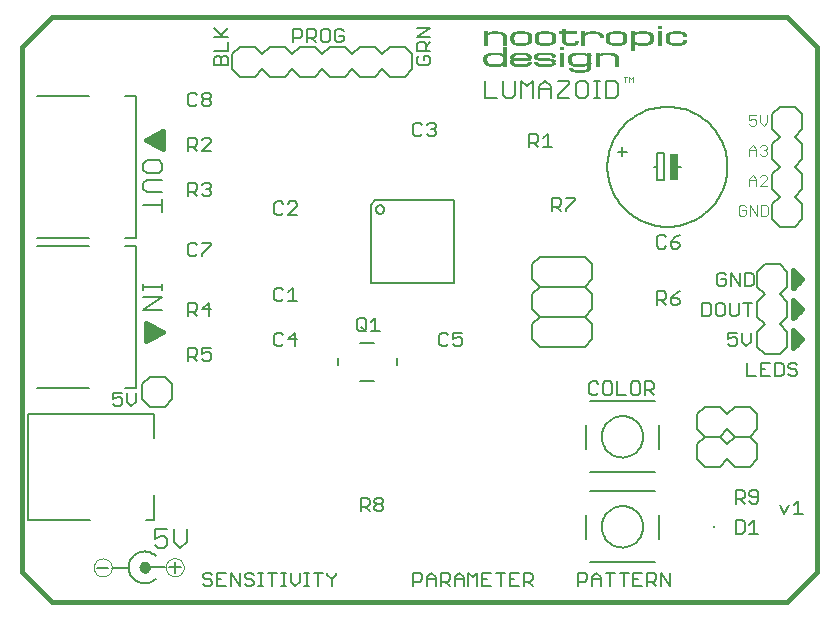
<source format=gto>
G75*
G70*
%OFA0B0*%
%FSLAX24Y24*%
%IPPOS*%
%LPD*%
%AMOC8*
5,1,8,0,0,1.08239X$1,22.5*
%
%ADD10C,0.0160*%
%ADD11C,0.0070*%
%ADD12C,0.0050*%
%ADD13C,0.0040*%
%ADD14C,0.0030*%
%ADD15C,0.0080*%
%ADD16C,0.0060*%
%ADD17C,0.0100*%
%ADD18R,0.0288X0.0004*%
%ADD19R,0.0356X0.0004*%
%ADD20R,0.0408X0.0004*%
%ADD21R,0.0444X0.0004*%
%ADD22R,0.0472X0.0004*%
%ADD23R,0.0504X0.0004*%
%ADD24R,0.0524X0.0004*%
%ADD25R,0.0544X0.0004*%
%ADD26R,0.0564X0.0004*%
%ADD27R,0.0580X0.0004*%
%ADD28R,0.0596X0.0004*%
%ADD29R,0.0604X0.0004*%
%ADD30R,0.0616X0.0004*%
%ADD31R,0.0208X0.0004*%
%ADD32R,0.0212X0.0004*%
%ADD33R,0.0176X0.0004*%
%ADD34R,0.0188X0.0004*%
%ADD35R,0.0160X0.0004*%
%ADD36R,0.0168X0.0004*%
%ADD37R,0.0148X0.0004*%
%ADD38R,0.0160X0.0004*%
%ADD39R,0.0136X0.0004*%
%ADD40R,0.0152X0.0004*%
%ADD41R,0.0132X0.0004*%
%ADD42R,0.0144X0.0004*%
%ADD43R,0.0128X0.0004*%
%ADD44R,0.0140X0.0004*%
%ADD45R,0.0124X0.0004*%
%ADD46R,0.0136X0.0004*%
%ADD47R,0.0124X0.0004*%
%ADD48R,0.0136X0.0004*%
%ADD49R,0.0120X0.0004*%
%ADD50R,0.0128X0.0004*%
%ADD51R,0.0116X0.0004*%
%ADD52R,0.0112X0.0004*%
%ADD53R,0.0116X0.0004*%
%ADD54R,0.0112X0.0004*%
%ADD55R,0.0120X0.0004*%
%ADD56R,0.0116X0.0004*%
%ADD57R,0.0116X0.0004*%
%ADD58R,0.0204X0.0004*%
%ADD59R,0.0268X0.0004*%
%ADD60R,0.0200X0.0004*%
%ADD61R,0.0300X0.0004*%
%ADD62R,0.0308X0.0004*%
%ADD63R,0.0368X0.0004*%
%ADD64R,0.0292X0.0004*%
%ADD65R,0.0352X0.0004*%
%ADD66R,0.0368X0.0004*%
%ADD67R,0.0424X0.0004*%
%ADD68R,0.0348X0.0004*%
%ADD69R,0.0392X0.0004*%
%ADD70R,0.0408X0.0004*%
%ADD71R,0.0464X0.0004*%
%ADD72R,0.0388X0.0004*%
%ADD73R,0.0444X0.0004*%
%ADD74R,0.0496X0.0004*%
%ADD75R,0.0416X0.0004*%
%ADD76R,0.0452X0.0004*%
%ADD77R,0.0468X0.0004*%
%ADD78R,0.0524X0.0004*%
%ADD79R,0.0444X0.0004*%
%ADD80R,0.0492X0.0004*%
%ADD81R,0.0544X0.0004*%
%ADD82R,0.0468X0.0004*%
%ADD83R,0.0488X0.0004*%
%ADD84R,0.0516X0.0004*%
%ADD85R,0.0564X0.0004*%
%ADD86R,0.0508X0.0004*%
%ADD87R,0.0536X0.0004*%
%ADD88R,0.0580X0.0004*%
%ADD89R,0.0524X0.0004*%
%ADD90R,0.0552X0.0004*%
%ADD91R,0.0596X0.0004*%
%ADD92R,0.0540X0.0004*%
%ADD93R,0.0564X0.0004*%
%ADD94R,0.0612X0.0004*%
%ADD95R,0.0536X0.0004*%
%ADD96R,0.0576X0.0004*%
%ADD97R,0.0624X0.0004*%
%ADD98R,0.0680X0.0004*%
%ADD99R,0.0592X0.0004*%
%ADD100R,0.0632X0.0004*%
%ADD101R,0.0560X0.0004*%
%ADD102R,0.0688X0.0004*%
%ADD103R,0.0600X0.0004*%
%ADD104R,0.0644X0.0004*%
%ADD105R,0.0236X0.0004*%
%ADD106R,0.0312X0.0004*%
%ADD107R,0.0216X0.0004*%
%ADD108R,0.0224X0.0004*%
%ADD109R,0.0200X0.0004*%
%ADD110R,0.0244X0.0004*%
%ADD111R,0.0196X0.0004*%
%ADD112R,0.0264X0.0004*%
%ADD113R,0.0176X0.0004*%
%ADD114R,0.0172X0.0004*%
%ADD115R,0.0260X0.0004*%
%ADD116R,0.0180X0.0004*%
%ADD117R,0.0240X0.0004*%
%ADD118R,0.0152X0.0004*%
%ADD119R,0.0152X0.0004*%
%ADD120R,0.0236X0.0004*%
%ADD121R,0.0168X0.0004*%
%ADD122R,0.0224X0.0004*%
%ADD123R,0.0164X0.0004*%
%ADD124R,0.0220X0.0004*%
%ADD125R,0.0212X0.0004*%
%ADD126R,0.0140X0.0004*%
%ADD127R,0.0132X0.0004*%
%ADD128R,0.0124X0.0004*%
%ADD129R,0.0156X0.0004*%
%ADD130R,0.0204X0.0004*%
%ADD131R,0.0148X0.0004*%
%ADD132R,0.0192X0.0004*%
%ADD133R,0.0192X0.0004*%
%ADD134R,0.0184X0.0004*%
%ADD135R,0.0184X0.0004*%
%ADD136R,0.0108X0.0004*%
%ADD137R,0.0176X0.0004*%
%ADD138R,0.0136X0.0004*%
%ADD139R,0.0132X0.0004*%
%ADD140R,0.0168X0.0004*%
%ADD141R,0.0108X0.0004*%
%ADD142R,0.0164X0.0004*%
%ADD143R,0.0108X0.0004*%
%ADD144R,0.0104X0.0004*%
%ADD145R,0.0124X0.0004*%
%ADD146R,0.0156X0.0004*%
%ADD147R,0.0156X0.0004*%
%ADD148R,0.0112X0.0004*%
%ADD149R,0.0108X0.0004*%
%ADD150R,0.0104X0.0004*%
%ADD151R,0.0112X0.0004*%
%ADD152R,0.0104X0.0004*%
%ADD153R,0.0144X0.0004*%
%ADD154R,0.0144X0.0004*%
%ADD155R,0.0104X0.0004*%
%ADD156R,0.0100X0.0004*%
%ADD157R,0.0100X0.0004*%
%ADD158R,0.0096X0.0004*%
%ADD159R,0.0128X0.0004*%
%ADD160R,0.0148X0.0004*%
%ADD161R,0.0228X0.0004*%
%ADD162R,0.0504X0.0004*%
%ADD163R,0.0532X0.0004*%
%ADD164R,0.0552X0.0004*%
%ADD165R,0.0688X0.0004*%
%ADD166R,0.0564X0.0004*%
%ADD167R,0.0568X0.0004*%
%ADD168R,0.0568X0.0004*%
%ADD169R,0.0552X0.0004*%
%ADD170R,0.0536X0.0004*%
%ADD171R,0.0472X0.0004*%
%ADD172R,0.0196X0.0004*%
%ADD173R,0.0132X0.0004*%
%ADD174R,0.0164X0.0004*%
%ADD175R,0.0172X0.0004*%
%ADD176R,0.0172X0.0004*%
%ADD177R,0.0188X0.0004*%
%ADD178R,0.0192X0.0004*%
%ADD179R,0.0204X0.0004*%
%ADD180R,0.0156X0.0004*%
%ADD181R,0.0172X0.0004*%
%ADD182R,0.0216X0.0004*%
%ADD183R,0.0216X0.0004*%
%ADD184R,0.0232X0.0004*%
%ADD185R,0.0168X0.0004*%
%ADD186R,0.0228X0.0004*%
%ADD187R,0.0232X0.0004*%
%ADD188R,0.0204X0.0004*%
%ADD189R,0.0256X0.0004*%
%ADD190R,0.0252X0.0004*%
%ADD191R,0.0256X0.0004*%
%ADD192R,0.0320X0.0004*%
%ADD193R,0.0224X0.0004*%
%ADD194R,0.0300X0.0004*%
%ADD195R,0.0236X0.0004*%
%ADD196R,0.0684X0.0004*%
%ADD197R,0.0636X0.0004*%
%ADD198R,0.0548X0.0004*%
%ADD199R,0.0556X0.0004*%
%ADD200R,0.0560X0.0004*%
%ADD201R,0.0624X0.0004*%
%ADD202R,0.0548X0.0004*%
%ADD203R,0.0612X0.0004*%
%ADD204R,0.0540X0.0004*%
%ADD205R,0.0600X0.0004*%
%ADD206R,0.0508X0.0004*%
%ADD207R,0.0516X0.0004*%
%ADD208R,0.0516X0.0004*%
%ADD209R,0.0584X0.0004*%
%ADD210R,0.0496X0.0004*%
%ADD211R,0.0500X0.0004*%
%ADD212R,0.0476X0.0004*%
%ADD213R,0.0480X0.0004*%
%ADD214R,0.0472X0.0004*%
%ADD215R,0.0460X0.0004*%
%ADD216R,0.0460X0.0004*%
%ADD217R,0.0452X0.0004*%
%ADD218R,0.0432X0.0004*%
%ADD219R,0.0436X0.0004*%
%ADD220R,0.0428X0.0004*%
%ADD221R,0.0408X0.0004*%
%ADD222R,0.0484X0.0004*%
%ADD223R,0.0396X0.0004*%
%ADD224R,0.0376X0.0004*%
%ADD225R,0.0376X0.0004*%
%ADD226R,0.0376X0.0004*%
%ADD227R,0.0448X0.0004*%
%ADD228R,0.0340X0.0004*%
%ADD229R,0.0332X0.0004*%
%ADD230R,0.0412X0.0004*%
%ADD231R,0.0312X0.0004*%
%ADD232R,0.0296X0.0004*%
%ADD233R,0.0280X0.0004*%
%ADD234R,0.0356X0.0004*%
%ADD235R,0.0188X0.0004*%
%ADD236R,0.0272X0.0004*%
%ADD237R,0.0284X0.0004*%
%ADD238R,0.0308X0.0004*%
%ADD239R,0.0316X0.0004*%
%ADD240R,0.0360X0.0004*%
%ADD241R,0.0348X0.0004*%
%ADD242R,0.0380X0.0004*%
%ADD243R,0.0400X0.0004*%
%ADD244R,0.0372X0.0004*%
%ADD245R,0.0412X0.0004*%
%ADD246R,0.0396X0.0004*%
%ADD247R,0.0440X0.0004*%
%ADD248R,0.0428X0.0004*%
%ADD249R,0.0484X0.0004*%
%ADD250R,0.0504X0.0004*%
%ADD251R,0.0520X0.0004*%
%ADD252R,0.0504X0.0004*%
%ADD253R,0.0536X0.0004*%
%ADD254R,0.0452X0.0004*%
%ADD255R,0.0464X0.0004*%
%ADD256R,0.0476X0.0004*%
%ADD257R,0.0576X0.0004*%
%ADD258R,0.0556X0.0004*%
%ADD259R,0.0588X0.0004*%
%ADD260R,0.0492X0.0004*%
%ADD261R,0.0684X0.0004*%
%ADD262R,0.0216X0.0004*%
%ADD263R,0.0304X0.0004*%
%ADD264R,0.0248X0.0004*%
%ADD265R,0.0148X0.0004*%
%ADD266R,0.0232X0.0004*%
%ADD267R,0.0180X0.0004*%
%ADD268R,0.0212X0.0004*%
%ADD269R,0.0144X0.0004*%
%ADD270R,0.0152X0.0004*%
%ADD271R,0.0164X0.0004*%
%ADD272R,0.0184X0.0004*%
%ADD273R,0.0192X0.0004*%
%ADD274R,0.0208X0.0004*%
%ADD275R,0.0252X0.0004*%
%ADD276R,0.0244X0.0004*%
%ADD277R,0.0276X0.0004*%
%ADD278R,0.0268X0.0004*%
%ADD279R,0.0184X0.0004*%
%ADD280R,0.0224X0.0004*%
%ADD281R,0.0592X0.0004*%
%ADD282R,0.0264X0.0004*%
%ADD283R,0.0324X0.0004*%
%ADD284R,0.0252X0.0004*%
%ADD285R,0.0228X0.0004*%
%ADD286R,0.0572X0.0004*%
%ADD287R,0.0584X0.0004*%
%ADD288R,0.0524X0.0004*%
%ADD289R,0.0528X0.0004*%
%ADD290R,0.0512X0.0004*%
%ADD291R,0.0476X0.0004*%
%ADD292R,0.0516X0.0004*%
%ADD293R,0.0488X0.0004*%
%ADD294R,0.0432X0.0004*%
%ADD295R,0.0436X0.0004*%
%ADD296R,0.0476X0.0004*%
%ADD297R,0.0416X0.0004*%
%ADD298R,0.0416X0.0004*%
%ADD299R,0.0376X0.0004*%
%ADD300R,0.0420X0.0004*%
%ADD301R,0.0424X0.0004*%
%ADD302R,0.0384X0.0004*%
%ADD303R,0.0384X0.0004*%
%ADD304R,0.0336X0.0004*%
%ADD305R,0.0388X0.0004*%
%ADD306R,0.0296X0.0004*%
%ADD307R,0.0344X0.0004*%
%ADD308R,0.0344X0.0004*%
%ADD309R,0.0288X0.0004*%
%ADD310R,0.0280X0.0004*%
%ADD311R,0.0250X0.0900*%
%ADD312R,0.0079X0.0079*%
D10*
X001849Y001180D02*
X001849Y018680D01*
X002849Y019680D01*
X027349Y019680D01*
X028349Y018680D01*
X028349Y001180D01*
X027349Y000180D01*
X002849Y000180D01*
X001849Y001180D01*
X005974Y008880D02*
X005974Y009480D01*
X006524Y009180D01*
X005974Y008880D01*
X005974Y008898D02*
X006006Y008898D01*
X005974Y009056D02*
X006297Y009056D01*
X006461Y009215D02*
X005974Y009215D01*
X005974Y009373D02*
X006170Y009373D01*
X006524Y015280D02*
X005974Y015580D01*
X006524Y015880D01*
X006524Y015280D01*
X006524Y015396D02*
X006311Y015396D01*
X006524Y015555D02*
X006021Y015555D01*
X006218Y015713D02*
X006524Y015713D01*
X006509Y015872D02*
X006524Y015872D01*
X027549Y011230D02*
X027549Y010630D01*
X027849Y010930D01*
X027549Y011230D01*
X027549Y011117D02*
X027663Y011117D01*
X027549Y010958D02*
X027821Y010958D01*
X027719Y010800D02*
X027549Y010800D01*
X027549Y010641D02*
X027560Y010641D01*
X027549Y010230D02*
X027549Y009630D01*
X027849Y009930D01*
X027549Y010230D01*
X027549Y010166D02*
X027614Y010166D01*
X027549Y010007D02*
X027772Y010007D01*
X027768Y009849D02*
X027549Y009849D01*
X027549Y009690D02*
X027609Y009690D01*
X027549Y009230D02*
X027549Y008630D01*
X027849Y008930D01*
X027549Y009230D01*
X027549Y009215D02*
X027565Y009215D01*
X027549Y009056D02*
X027723Y009056D01*
X027817Y008898D02*
X027549Y008898D01*
X027549Y008739D02*
X027658Y008739D01*
D11*
X021606Y016965D02*
X021311Y016965D01*
X021311Y017556D01*
X021606Y017556D01*
X021704Y017457D01*
X021704Y017063D01*
X021606Y016965D01*
X021102Y016965D02*
X020905Y016965D01*
X021004Y016965D02*
X021004Y017556D01*
X021102Y017556D02*
X020905Y017556D01*
X020691Y017457D02*
X020593Y017556D01*
X020396Y017556D01*
X020298Y017457D01*
X020298Y017063D01*
X020396Y016965D01*
X020593Y016965D01*
X020691Y017063D01*
X020691Y017457D01*
X020084Y017457D02*
X019690Y017063D01*
X019690Y016965D01*
X020084Y016965D01*
X020084Y017457D02*
X020084Y017556D01*
X019690Y017556D01*
X019476Y017359D02*
X019476Y016965D01*
X019476Y017260D02*
X019082Y017260D01*
X019082Y017359D02*
X019082Y016965D01*
X018868Y016965D02*
X018868Y017556D01*
X018671Y017359D01*
X018474Y017556D01*
X018474Y016965D01*
X018260Y017063D02*
X018260Y017556D01*
X017867Y017556D02*
X017867Y017063D01*
X017965Y016965D01*
X018162Y016965D01*
X018260Y017063D01*
X017653Y016965D02*
X017259Y016965D01*
X017259Y017556D01*
X019082Y017359D02*
X019279Y017556D01*
X019476Y017359D01*
X006515Y014790D02*
X006515Y014580D01*
X006410Y014475D01*
X005989Y014475D01*
X005884Y014580D01*
X005884Y014790D01*
X005989Y014895D01*
X006410Y014895D01*
X006515Y014790D01*
X006515Y014250D02*
X005989Y014250D01*
X005884Y014145D01*
X005884Y013935D01*
X005989Y013830D01*
X006515Y013830D01*
X006515Y013606D02*
X006515Y013186D01*
X006515Y013396D02*
X005884Y013396D01*
X005884Y010770D02*
X005884Y010560D01*
X005884Y010665D02*
X006515Y010665D01*
X006515Y010770D02*
X006515Y010560D01*
X006515Y010340D02*
X005884Y009920D01*
X006515Y009920D01*
X006515Y010340D02*
X005884Y010340D01*
X006259Y002596D02*
X006259Y002280D01*
X006469Y002385D01*
X006574Y002385D01*
X006679Y002280D01*
X006679Y002070D01*
X006574Y001965D01*
X006364Y001965D01*
X006259Y002070D01*
X006904Y002175D02*
X007114Y001965D01*
X007324Y002175D01*
X007324Y002596D01*
X006904Y002596D02*
X006904Y002175D01*
X006679Y002596D02*
X006259Y002596D01*
D12*
X006290Y001707D02*
X006256Y001737D01*
X006220Y001765D01*
X006182Y001789D01*
X006142Y001810D01*
X006100Y001827D01*
X006057Y001841D01*
X006013Y001851D01*
X005968Y001858D01*
X005922Y001860D01*
X005877Y001858D01*
X005832Y001853D01*
X005788Y001844D01*
X005744Y001831D01*
X005702Y001814D01*
X005662Y001794D01*
X005623Y001771D01*
X005586Y001744D01*
X005552Y001714D01*
X005521Y001682D01*
X005492Y001646D01*
X005467Y001609D01*
X005445Y001569D01*
X005426Y001528D01*
X005411Y001485D01*
X005400Y001441D01*
X005392Y001397D01*
X005388Y001352D01*
X005389Y001306D01*
X005393Y001261D01*
X005401Y001216D01*
X005412Y001173D01*
X005428Y001130D01*
X005447Y001089D01*
X005469Y001050D01*
X005495Y001012D01*
X005524Y000977D01*
X005555Y000945D01*
X005590Y000915D01*
X005626Y000889D01*
X005665Y000866D01*
X005706Y000846D01*
X005748Y000830D01*
X005792Y000817D01*
X005836Y000808D01*
X005881Y000803D01*
X005927Y000802D01*
X005972Y000805D01*
X006017Y000811D01*
X006061Y000822D01*
X006104Y000836D01*
X006146Y000854D01*
X006186Y000875D01*
X006224Y000900D01*
X006259Y000928D01*
X006293Y000958D01*
X007874Y001005D02*
X007949Y000930D01*
X008099Y000930D01*
X008174Y000855D01*
X008174Y000780D01*
X008099Y000705D01*
X007949Y000705D01*
X007874Y000780D01*
X007874Y001005D02*
X007874Y001080D01*
X007949Y001155D01*
X008099Y001155D01*
X008174Y001080D01*
X008334Y001155D02*
X008334Y000705D01*
X008635Y000705D01*
X008795Y000705D02*
X008795Y001155D01*
X009095Y000705D01*
X009095Y001155D01*
X009255Y001080D02*
X009255Y001005D01*
X009330Y000930D01*
X009480Y000930D01*
X009555Y000855D01*
X009555Y000780D01*
X009480Y000705D01*
X009330Y000705D01*
X009255Y000780D01*
X009716Y000705D02*
X009866Y000705D01*
X009791Y000705D02*
X009791Y001155D01*
X009716Y001155D02*
X009866Y001155D01*
X010023Y001155D02*
X010323Y001155D01*
X010173Y001155D02*
X010173Y000705D01*
X010483Y000705D02*
X010633Y000705D01*
X010558Y000705D02*
X010558Y001155D01*
X010483Y001155D02*
X010633Y001155D01*
X010790Y001155D02*
X010790Y000855D01*
X010940Y000705D01*
X011090Y000855D01*
X011090Y001155D01*
X011250Y001155D02*
X011400Y001155D01*
X011325Y001155D02*
X011325Y000705D01*
X011250Y000705D02*
X011400Y000705D01*
X011707Y000705D02*
X011707Y001155D01*
X011557Y001155D02*
X011857Y001155D01*
X012018Y001155D02*
X012018Y001080D01*
X012168Y000930D01*
X012168Y000705D01*
X012168Y000930D02*
X012318Y001080D01*
X012318Y001155D01*
X014874Y001155D02*
X014874Y000705D01*
X014874Y000855D02*
X015099Y000855D01*
X015174Y000930D01*
X015174Y001080D01*
X015099Y001155D01*
X014874Y001155D01*
X015334Y001005D02*
X015485Y001155D01*
X015635Y001005D01*
X015635Y000705D01*
X015795Y000705D02*
X015795Y001155D01*
X016020Y001155D01*
X016095Y001080D01*
X016095Y000930D01*
X016020Y000855D01*
X015795Y000855D01*
X015945Y000855D02*
X016095Y000705D01*
X016255Y000705D02*
X016255Y001005D01*
X016405Y001155D01*
X016555Y001005D01*
X016555Y000705D01*
X016716Y000705D02*
X016716Y001155D01*
X016866Y001005D01*
X017016Y001155D01*
X017016Y000705D01*
X017176Y000705D02*
X017476Y000705D01*
X017326Y000930D02*
X017176Y000930D01*
X017176Y001155D02*
X017176Y000705D01*
X017176Y001155D02*
X017476Y001155D01*
X017636Y001155D02*
X017937Y001155D01*
X017787Y001155D02*
X017787Y000705D01*
X018097Y000705D02*
X018397Y000705D01*
X018557Y000705D02*
X018557Y001155D01*
X018782Y001155D01*
X018857Y001080D01*
X018857Y000930D01*
X018782Y000855D01*
X018557Y000855D01*
X018707Y000855D02*
X018857Y000705D01*
X018397Y001155D02*
X018097Y001155D01*
X018097Y000705D01*
X018097Y000930D02*
X018247Y000930D01*
X016555Y000930D02*
X016255Y000930D01*
X015635Y000930D02*
X015334Y000930D01*
X015334Y001005D02*
X015334Y000705D01*
X013810Y003205D02*
X013660Y003205D01*
X013584Y003280D01*
X013584Y003355D01*
X013660Y003430D01*
X013810Y003430D01*
X013885Y003355D01*
X013885Y003280D01*
X013810Y003205D01*
X013810Y003430D02*
X013885Y003505D01*
X013885Y003580D01*
X013810Y003655D01*
X013660Y003655D01*
X013584Y003580D01*
X013584Y003505D01*
X013660Y003430D01*
X013424Y003430D02*
X013349Y003355D01*
X013124Y003355D01*
X013124Y003205D02*
X013124Y003655D01*
X013349Y003655D01*
X013424Y003580D01*
X013424Y003430D01*
X013274Y003355D02*
X013424Y003205D01*
X009555Y001080D02*
X009480Y001155D01*
X009330Y001155D01*
X009255Y001080D01*
X008635Y001155D02*
X008334Y001155D01*
X008334Y000930D02*
X008485Y000930D01*
X005485Y006705D02*
X005635Y006855D01*
X005635Y007155D01*
X005334Y007155D02*
X005334Y006855D01*
X005485Y006705D01*
X005174Y006780D02*
X005099Y006705D01*
X004949Y006705D01*
X004874Y006780D01*
X004874Y006930D02*
X005024Y007005D01*
X005099Y007005D01*
X005174Y006930D01*
X005174Y006780D01*
X004874Y006930D02*
X004874Y007155D01*
X005174Y007155D01*
X007374Y008205D02*
X007374Y008655D01*
X007599Y008655D01*
X007674Y008580D01*
X007674Y008430D01*
X007599Y008355D01*
X007374Y008355D01*
X007524Y008355D02*
X007674Y008205D01*
X007834Y008280D02*
X007910Y008205D01*
X008060Y008205D01*
X008135Y008280D01*
X008135Y008430D01*
X008060Y008505D01*
X007985Y008505D01*
X007834Y008430D01*
X007834Y008655D01*
X008135Y008655D01*
X008060Y009705D02*
X008060Y010155D01*
X007834Y009930D01*
X008135Y009930D01*
X007674Y009930D02*
X007599Y009855D01*
X007374Y009855D01*
X007374Y009705D02*
X007374Y010155D01*
X007599Y010155D01*
X007674Y010080D01*
X007674Y009930D01*
X007524Y009855D02*
X007674Y009705D01*
X010249Y010280D02*
X010324Y010205D01*
X010474Y010205D01*
X010549Y010280D01*
X010709Y010205D02*
X011010Y010205D01*
X010860Y010205D02*
X010860Y010655D01*
X010709Y010505D01*
X010549Y010580D02*
X010474Y010655D01*
X010324Y010655D01*
X010249Y010580D01*
X010249Y010280D01*
X010324Y009155D02*
X010249Y009080D01*
X010249Y008780D01*
X010324Y008705D01*
X010474Y008705D01*
X010549Y008780D01*
X010709Y008930D02*
X011010Y008930D01*
X010935Y008705D02*
X010935Y009155D01*
X010709Y008930D01*
X010549Y009080D02*
X010474Y009155D01*
X010324Y009155D01*
X012999Y009280D02*
X013074Y009205D01*
X013224Y009205D01*
X013299Y009280D01*
X013299Y009580D01*
X013224Y009655D01*
X013074Y009655D01*
X012999Y009580D01*
X012999Y009280D01*
X013149Y009355D02*
X013299Y009205D01*
X013459Y009205D02*
X013760Y009205D01*
X013610Y009205D02*
X013610Y009655D01*
X013459Y009505D01*
X015749Y009080D02*
X015749Y008780D01*
X015824Y008705D01*
X015974Y008705D01*
X016049Y008780D01*
X016209Y008780D02*
X016285Y008705D01*
X016435Y008705D01*
X016510Y008780D01*
X016510Y008930D01*
X016435Y009005D01*
X016360Y009005D01*
X016209Y008930D01*
X016209Y009155D01*
X016510Y009155D01*
X016049Y009080D02*
X015974Y009155D01*
X015824Y009155D01*
X015749Y009080D01*
X020749Y007455D02*
X020749Y007155D01*
X020824Y007080D01*
X020974Y007080D01*
X021049Y007155D01*
X021209Y007155D02*
X021285Y007080D01*
X021435Y007080D01*
X021510Y007155D01*
X021510Y007455D01*
X021435Y007530D01*
X021285Y007530D01*
X021209Y007455D01*
X021209Y007155D01*
X021049Y007455D02*
X020974Y007530D01*
X020824Y007530D01*
X020749Y007455D01*
X021670Y007530D02*
X021670Y007080D01*
X021970Y007080D01*
X022130Y007155D02*
X022205Y007080D01*
X022355Y007080D01*
X022430Y007155D01*
X022430Y007455D01*
X022355Y007530D01*
X022205Y007530D01*
X022130Y007455D01*
X022130Y007155D01*
X022591Y007080D02*
X022591Y007530D01*
X022816Y007530D01*
X022891Y007455D01*
X022891Y007305D01*
X022816Y007230D01*
X022591Y007230D01*
X022741Y007230D02*
X022891Y007080D01*
X025374Y008780D02*
X025449Y008705D01*
X025599Y008705D01*
X025674Y008780D01*
X025674Y008930D01*
X025599Y009005D01*
X025524Y009005D01*
X025374Y008930D01*
X025374Y009155D01*
X025674Y009155D01*
X025834Y009155D02*
X025834Y008855D01*
X025985Y008705D01*
X026135Y008855D01*
X026135Y009155D01*
X026030Y009705D02*
X026030Y010155D01*
X025880Y010155D02*
X026180Y010155D01*
X025720Y010155D02*
X025720Y009780D01*
X025645Y009705D01*
X025495Y009705D01*
X025420Y009780D01*
X025420Y010155D01*
X025260Y010080D02*
X025185Y010155D01*
X025035Y010155D01*
X024959Y010080D01*
X024959Y009780D01*
X025035Y009705D01*
X025185Y009705D01*
X025260Y009780D01*
X025260Y010080D01*
X024799Y010080D02*
X024799Y009780D01*
X024724Y009705D01*
X024499Y009705D01*
X024499Y010155D01*
X024724Y010155D01*
X024799Y010080D01*
X025074Y010705D02*
X025224Y010705D01*
X025299Y010780D01*
X025299Y010930D01*
X025149Y010930D01*
X024999Y011080D02*
X024999Y010780D01*
X025074Y010705D01*
X025459Y010705D02*
X025459Y011155D01*
X025760Y010705D01*
X025760Y011155D01*
X025920Y011155D02*
X026145Y011155D01*
X026220Y011080D01*
X026220Y010780D01*
X026145Y010705D01*
X025920Y010705D01*
X025920Y011155D01*
X025299Y011080D02*
X025224Y011155D01*
X025074Y011155D01*
X024999Y011080D01*
X023760Y010530D02*
X023610Y010455D01*
X023459Y010305D01*
X023685Y010305D01*
X023760Y010230D01*
X023760Y010155D01*
X023685Y010080D01*
X023535Y010080D01*
X023459Y010155D01*
X023459Y010305D01*
X023299Y010305D02*
X023224Y010230D01*
X022999Y010230D01*
X022999Y010080D02*
X022999Y010530D01*
X023224Y010530D01*
X023299Y010455D01*
X023299Y010305D01*
X023149Y010230D02*
X023299Y010080D01*
X025999Y008155D02*
X025999Y007705D01*
X026299Y007705D01*
X026459Y007705D02*
X026760Y007705D01*
X026920Y007705D02*
X027145Y007705D01*
X027220Y007780D01*
X027220Y008080D01*
X027145Y008155D01*
X026920Y008155D01*
X026920Y007705D01*
X026610Y007930D02*
X026459Y007930D01*
X026459Y008155D02*
X026459Y007705D01*
X026459Y008155D02*
X026760Y008155D01*
X027380Y008080D02*
X027380Y008005D01*
X027455Y007930D01*
X027605Y007930D01*
X027680Y007855D01*
X027680Y007780D01*
X027605Y007705D01*
X027455Y007705D01*
X027380Y007780D01*
X027380Y008080D02*
X027455Y008155D01*
X027605Y008155D01*
X027680Y008080D01*
X023760Y012030D02*
X023760Y012105D01*
X023685Y012180D01*
X023459Y012180D01*
X023459Y012030D01*
X023535Y011955D01*
X023685Y011955D01*
X023760Y012030D01*
X023610Y012330D02*
X023459Y012180D01*
X023610Y012330D02*
X023760Y012405D01*
X023299Y012330D02*
X023224Y012405D01*
X023074Y012405D01*
X022999Y012330D01*
X022999Y012030D01*
X023074Y011955D01*
X023224Y011955D01*
X023299Y012030D01*
X020260Y013580D02*
X019959Y013280D01*
X019959Y013205D01*
X019799Y013205D02*
X019649Y013355D01*
X019724Y013355D02*
X019499Y013355D01*
X019499Y013205D02*
X019499Y013655D01*
X019724Y013655D01*
X019799Y013580D01*
X019799Y013430D01*
X019724Y013355D01*
X019959Y013655D02*
X020260Y013655D01*
X020260Y013580D01*
X019510Y015330D02*
X019209Y015330D01*
X019360Y015330D02*
X019360Y015780D01*
X019209Y015630D01*
X019049Y015555D02*
X018974Y015480D01*
X018749Y015480D01*
X018749Y015330D02*
X018749Y015780D01*
X018974Y015780D01*
X019049Y015705D01*
X019049Y015555D01*
X018899Y015480D02*
X019049Y015330D01*
X015635Y015780D02*
X015560Y015705D01*
X015410Y015705D01*
X015334Y015780D01*
X015174Y015780D02*
X015099Y015705D01*
X014949Y015705D01*
X014874Y015780D01*
X014874Y016080D01*
X014949Y016155D01*
X015099Y016155D01*
X015174Y016080D01*
X015334Y016080D02*
X015410Y016155D01*
X015560Y016155D01*
X015635Y016080D01*
X015635Y016005D01*
X015560Y015930D01*
X015635Y015855D01*
X015635Y015780D01*
X015560Y015930D02*
X015485Y015930D01*
X015374Y018080D02*
X015074Y018080D01*
X014999Y018155D01*
X014999Y018305D01*
X015074Y018380D01*
X015224Y018380D02*
X015224Y018230D01*
X015224Y018380D02*
X015374Y018380D01*
X015449Y018305D01*
X015449Y018155D01*
X015374Y018080D01*
X015449Y018540D02*
X014999Y018540D01*
X014999Y018766D01*
X015074Y018841D01*
X015224Y018841D01*
X015299Y018766D01*
X015299Y018540D01*
X015299Y018691D02*
X015449Y018841D01*
X015449Y019001D02*
X014999Y019001D01*
X015449Y019301D01*
X014999Y019301D01*
X012555Y019205D02*
X012480Y019280D01*
X012330Y019280D01*
X012255Y019205D01*
X012255Y018905D01*
X012330Y018830D01*
X012480Y018830D01*
X012555Y018905D01*
X012555Y019055D01*
X012405Y019055D01*
X012095Y018905D02*
X012020Y018830D01*
X011870Y018830D01*
X011795Y018905D01*
X011795Y019205D01*
X011870Y019280D01*
X012020Y019280D01*
X012095Y019205D01*
X012095Y018905D01*
X011635Y018830D02*
X011485Y018980D01*
X011560Y018980D02*
X011334Y018980D01*
X011334Y018830D02*
X011334Y019280D01*
X011560Y019280D01*
X011635Y019205D01*
X011635Y019055D01*
X011560Y018980D01*
X011174Y019055D02*
X011174Y019205D01*
X011099Y019280D01*
X010874Y019280D01*
X010874Y018830D01*
X010874Y018980D02*
X011099Y018980D01*
X011174Y019055D01*
X008699Y019001D02*
X008249Y019001D01*
X008474Y019076D02*
X008699Y019301D01*
X008549Y019001D02*
X008249Y019301D01*
X008699Y018841D02*
X008699Y018540D01*
X008249Y018540D01*
X008324Y018380D02*
X008249Y018305D01*
X008249Y018080D01*
X008699Y018080D01*
X008699Y018305D01*
X008624Y018380D01*
X008549Y018380D01*
X008474Y018305D01*
X008474Y018080D01*
X008474Y018305D02*
X008399Y018380D01*
X008324Y018380D01*
X008060Y017155D02*
X007910Y017155D01*
X007834Y017080D01*
X007834Y017005D01*
X007910Y016930D01*
X008060Y016930D01*
X008135Y016855D01*
X008135Y016780D01*
X008060Y016705D01*
X007910Y016705D01*
X007834Y016780D01*
X007834Y016855D01*
X007910Y016930D01*
X008060Y016930D02*
X008135Y017005D01*
X008135Y017080D01*
X008060Y017155D01*
X007674Y017080D02*
X007599Y017155D01*
X007449Y017155D01*
X007374Y017080D01*
X007374Y016780D01*
X007449Y016705D01*
X007599Y016705D01*
X007674Y016780D01*
X007599Y015655D02*
X007374Y015655D01*
X007374Y015205D01*
X007374Y015355D02*
X007599Y015355D01*
X007674Y015430D01*
X007674Y015580D01*
X007599Y015655D01*
X007834Y015580D02*
X007910Y015655D01*
X008060Y015655D01*
X008135Y015580D01*
X008135Y015505D01*
X007834Y015205D01*
X008135Y015205D01*
X007674Y015205D02*
X007524Y015355D01*
X007599Y014155D02*
X007374Y014155D01*
X007374Y013705D01*
X007374Y013855D02*
X007599Y013855D01*
X007674Y013930D01*
X007674Y014080D01*
X007599Y014155D01*
X007834Y014080D02*
X007910Y014155D01*
X008060Y014155D01*
X008135Y014080D01*
X008135Y014005D01*
X008060Y013930D01*
X008135Y013855D01*
X008135Y013780D01*
X008060Y013705D01*
X007910Y013705D01*
X007834Y013780D01*
X007674Y013705D02*
X007524Y013855D01*
X007985Y013930D02*
X008060Y013930D01*
X010249Y013455D02*
X010249Y013155D01*
X010324Y013080D01*
X010474Y013080D01*
X010549Y013155D01*
X010709Y013080D02*
X011010Y013380D01*
X011010Y013455D01*
X010935Y013530D01*
X010785Y013530D01*
X010709Y013455D01*
X010549Y013455D02*
X010474Y013530D01*
X010324Y013530D01*
X010249Y013455D01*
X010709Y013080D02*
X011010Y013080D01*
X008135Y012155D02*
X008135Y012080D01*
X007834Y011780D01*
X007834Y011705D01*
X007674Y011780D02*
X007599Y011705D01*
X007449Y011705D01*
X007374Y011780D01*
X007374Y012080D01*
X007449Y012155D01*
X007599Y012155D01*
X007674Y012080D01*
X007834Y012155D02*
X008135Y012155D01*
X020374Y001155D02*
X020599Y001155D01*
X020674Y001080D01*
X020674Y000930D01*
X020599Y000855D01*
X020374Y000855D01*
X020374Y000705D02*
X020374Y001155D01*
X020834Y001005D02*
X020834Y000705D01*
X020834Y000930D02*
X021135Y000930D01*
X021135Y001005D02*
X020985Y001155D01*
X020834Y001005D01*
X021135Y001005D02*
X021135Y000705D01*
X021445Y000705D02*
X021445Y001155D01*
X021295Y001155D02*
X021595Y001155D01*
X021755Y001155D02*
X022055Y001155D01*
X021905Y001155D02*
X021905Y000705D01*
X022216Y000705D02*
X022516Y000705D01*
X022676Y000705D02*
X022676Y001155D01*
X022901Y001155D01*
X022976Y001080D01*
X022976Y000930D01*
X022901Y000855D01*
X022676Y000855D01*
X022826Y000855D02*
X022976Y000705D01*
X023136Y000705D02*
X023136Y001155D01*
X023437Y000705D01*
X023437Y001155D01*
X022516Y001155D02*
X022216Y001155D01*
X022216Y000705D01*
X022216Y000930D02*
X022366Y000930D01*
X025624Y002455D02*
X025849Y002455D01*
X025924Y002530D01*
X025924Y002830D01*
X025849Y002905D01*
X025624Y002905D01*
X025624Y002455D01*
X026084Y002455D02*
X026385Y002455D01*
X026235Y002455D02*
X026235Y002905D01*
X026084Y002755D01*
X026160Y003455D02*
X026084Y003530D01*
X026160Y003455D02*
X026310Y003455D01*
X026385Y003530D01*
X026385Y003830D01*
X026310Y003905D01*
X026160Y003905D01*
X026084Y003830D01*
X026084Y003755D01*
X026160Y003680D01*
X026385Y003680D01*
X025924Y003680D02*
X025924Y003830D01*
X025849Y003905D01*
X025624Y003905D01*
X025624Y003455D01*
X025624Y003605D02*
X025849Y003605D01*
X025924Y003680D01*
X025774Y003605D02*
X025924Y003455D01*
X027094Y003398D02*
X027245Y003098D01*
X027395Y003398D01*
X027555Y003398D02*
X027705Y003549D01*
X027705Y003098D01*
X027555Y003098D02*
X027855Y003098D01*
D13*
X026636Y013050D02*
X026696Y013110D01*
X026696Y013350D01*
X026636Y013410D01*
X026456Y013410D01*
X026456Y013050D01*
X026636Y013050D01*
X026328Y013050D02*
X026328Y013410D01*
X026087Y013410D02*
X026328Y013050D01*
X026087Y013050D02*
X026087Y013410D01*
X025959Y013350D02*
X025899Y013410D01*
X025779Y013410D01*
X025719Y013350D01*
X025719Y013110D01*
X025779Y013050D01*
X025899Y013050D01*
X025959Y013110D01*
X025959Y013230D01*
X025839Y013230D01*
X026069Y014050D02*
X026069Y014290D01*
X026189Y014410D01*
X026309Y014290D01*
X026309Y014050D01*
X026437Y014050D02*
X026678Y014290D01*
X026678Y014350D01*
X026618Y014410D01*
X026497Y014410D01*
X026437Y014350D01*
X026309Y014230D02*
X026069Y014230D01*
X026437Y014050D02*
X026678Y014050D01*
X026618Y015050D02*
X026497Y015050D01*
X026437Y015110D01*
X026309Y015050D02*
X026309Y015290D01*
X026189Y015410D01*
X026069Y015290D01*
X026069Y015050D01*
X026069Y015230D02*
X026309Y015230D01*
X026437Y015350D02*
X026497Y015410D01*
X026618Y015410D01*
X026678Y015350D01*
X026678Y015290D01*
X026618Y015230D01*
X026678Y015170D01*
X026678Y015110D01*
X026618Y015050D01*
X026618Y015230D02*
X026557Y015230D01*
X026557Y016050D02*
X026678Y016170D01*
X026678Y016410D01*
X026437Y016410D02*
X026437Y016170D01*
X026557Y016050D01*
X026309Y016110D02*
X026249Y016050D01*
X026129Y016050D01*
X026069Y016110D01*
X026069Y016230D02*
X026189Y016290D01*
X026249Y016290D01*
X026309Y016230D01*
X026309Y016110D01*
X026069Y016230D02*
X026069Y016410D01*
X026309Y016410D01*
X006624Y001334D02*
X006626Y001368D01*
X006632Y001402D01*
X006641Y001435D01*
X006655Y001466D01*
X006672Y001496D01*
X006692Y001524D01*
X006715Y001549D01*
X006741Y001572D01*
X006769Y001591D01*
X006799Y001607D01*
X006831Y001619D01*
X006864Y001628D01*
X006898Y001633D01*
X006933Y001634D01*
X006967Y001631D01*
X007000Y001624D01*
X007033Y001614D01*
X007064Y001599D01*
X007093Y001582D01*
X007120Y001561D01*
X007145Y001537D01*
X007167Y001510D01*
X007185Y001482D01*
X007200Y001451D01*
X007212Y001419D01*
X007220Y001385D01*
X007224Y001351D01*
X007224Y001317D01*
X007220Y001283D01*
X007212Y001249D01*
X007200Y001217D01*
X007185Y001186D01*
X007167Y001158D01*
X007145Y001131D01*
X007120Y001107D01*
X007093Y001086D01*
X007064Y001069D01*
X007033Y001054D01*
X007000Y001044D01*
X006967Y001037D01*
X006933Y001034D01*
X006898Y001035D01*
X006864Y001040D01*
X006831Y001049D01*
X006799Y001061D01*
X006769Y001077D01*
X006741Y001096D01*
X006715Y001119D01*
X006692Y001144D01*
X006672Y001172D01*
X006655Y001202D01*
X006641Y001233D01*
X006632Y001266D01*
X006626Y001300D01*
X006624Y001334D01*
X004225Y001325D02*
X004227Y001359D01*
X004233Y001393D01*
X004242Y001426D01*
X004256Y001457D01*
X004273Y001487D01*
X004293Y001515D01*
X004316Y001540D01*
X004342Y001563D01*
X004370Y001582D01*
X004400Y001598D01*
X004432Y001610D01*
X004465Y001619D01*
X004499Y001624D01*
X004534Y001625D01*
X004568Y001622D01*
X004601Y001615D01*
X004634Y001605D01*
X004665Y001590D01*
X004694Y001573D01*
X004721Y001552D01*
X004746Y001528D01*
X004768Y001501D01*
X004786Y001473D01*
X004801Y001442D01*
X004813Y001410D01*
X004821Y001376D01*
X004825Y001342D01*
X004825Y001308D01*
X004821Y001274D01*
X004813Y001240D01*
X004801Y001208D01*
X004786Y001177D01*
X004768Y001149D01*
X004746Y001122D01*
X004721Y001098D01*
X004694Y001077D01*
X004665Y001060D01*
X004634Y001045D01*
X004601Y001035D01*
X004568Y001028D01*
X004534Y001025D01*
X004499Y001026D01*
X004465Y001031D01*
X004432Y001040D01*
X004400Y001052D01*
X004370Y001068D01*
X004342Y001087D01*
X004316Y001110D01*
X004293Y001135D01*
X004273Y001163D01*
X004256Y001193D01*
X004242Y001224D01*
X004233Y001257D01*
X004227Y001291D01*
X004225Y001325D01*
D14*
X021951Y017500D02*
X021951Y017670D01*
X022007Y017670D02*
X021894Y017670D01*
X022078Y017670D02*
X022135Y017613D01*
X022192Y017670D01*
X022192Y017500D01*
X022078Y017500D02*
X022078Y017670D01*
D15*
X026849Y016430D02*
X026849Y015930D01*
X027099Y015680D01*
X026849Y015430D01*
X026849Y014930D01*
X027099Y014680D01*
X026849Y014430D01*
X026849Y013930D01*
X027099Y013680D01*
X026849Y013430D01*
X026849Y012930D01*
X027099Y012680D01*
X027599Y012680D01*
X027849Y012930D01*
X027849Y013430D01*
X027599Y013680D01*
X027849Y013930D01*
X027849Y014430D01*
X027599Y014680D01*
X027849Y014930D01*
X027849Y015430D01*
X027599Y015680D01*
X027849Y015930D01*
X027849Y016430D01*
X027599Y016680D01*
X027099Y016680D01*
X026849Y016430D01*
X026599Y011430D02*
X027099Y011430D01*
X027349Y011180D01*
X027349Y010680D01*
X027099Y010430D01*
X027349Y010180D01*
X027349Y009680D01*
X027099Y009430D01*
X027349Y009180D01*
X027349Y008680D01*
X027099Y008430D01*
X026599Y008430D01*
X026349Y008680D01*
X026349Y009180D01*
X026599Y009430D01*
X026349Y009680D01*
X026349Y010180D01*
X026599Y010430D01*
X026349Y010680D01*
X026349Y011180D01*
X026599Y011430D01*
X022932Y006861D02*
X020766Y006861D01*
X020629Y006074D02*
X020629Y005286D01*
X020766Y004499D02*
X022932Y004499D01*
X022932Y003861D02*
X020766Y003861D01*
X020629Y003074D02*
X020629Y002286D01*
X020766Y001499D02*
X022932Y001499D01*
X023070Y002286D02*
X023070Y003074D01*
X021160Y002680D02*
X021162Y002732D01*
X021168Y002784D01*
X021178Y002835D01*
X021191Y002885D01*
X021209Y002935D01*
X021230Y002982D01*
X021254Y003028D01*
X021283Y003072D01*
X021314Y003114D01*
X021348Y003153D01*
X021385Y003190D01*
X021425Y003223D01*
X021468Y003254D01*
X021512Y003281D01*
X021558Y003305D01*
X021607Y003325D01*
X021656Y003341D01*
X021707Y003354D01*
X021758Y003363D01*
X021810Y003368D01*
X021862Y003369D01*
X021914Y003366D01*
X021966Y003359D01*
X022017Y003348D01*
X022067Y003334D01*
X022116Y003315D01*
X022163Y003293D01*
X022208Y003268D01*
X022252Y003239D01*
X022293Y003207D01*
X022332Y003172D01*
X022367Y003134D01*
X022400Y003093D01*
X022430Y003051D01*
X022456Y003006D01*
X022479Y002959D01*
X022498Y002910D01*
X022514Y002860D01*
X022526Y002810D01*
X022534Y002758D01*
X022538Y002706D01*
X022538Y002654D01*
X022534Y002602D01*
X022526Y002550D01*
X022514Y002500D01*
X022498Y002450D01*
X022479Y002401D01*
X022456Y002354D01*
X022430Y002309D01*
X022400Y002267D01*
X022367Y002226D01*
X022332Y002188D01*
X022293Y002153D01*
X022252Y002121D01*
X022208Y002092D01*
X022163Y002067D01*
X022116Y002045D01*
X022067Y002026D01*
X022017Y002012D01*
X021966Y002001D01*
X021914Y001994D01*
X021862Y001991D01*
X021810Y001992D01*
X021758Y001997D01*
X021707Y002006D01*
X021656Y002019D01*
X021607Y002035D01*
X021558Y002055D01*
X021512Y002079D01*
X021468Y002106D01*
X021425Y002137D01*
X021385Y002170D01*
X021348Y002207D01*
X021314Y002246D01*
X021283Y002288D01*
X021254Y002332D01*
X021230Y002378D01*
X021209Y002425D01*
X021191Y002475D01*
X021178Y002525D01*
X021168Y002576D01*
X021162Y002628D01*
X021160Y002680D01*
X024349Y004930D02*
X024349Y005430D01*
X024599Y005680D01*
X024349Y005930D01*
X024349Y006430D01*
X024599Y006680D01*
X025099Y006680D01*
X025349Y006430D01*
X025599Y006680D01*
X026099Y006680D01*
X026349Y006430D01*
X026349Y005930D01*
X026099Y005680D01*
X025599Y005680D01*
X025349Y005930D01*
X025099Y005680D01*
X024599Y005680D01*
X025099Y005680D01*
X025349Y005430D01*
X025599Y005680D01*
X026099Y005680D01*
X026349Y005430D01*
X026349Y004930D01*
X026099Y004680D01*
X025599Y004680D01*
X025349Y004930D01*
X025099Y004680D01*
X024599Y004680D01*
X024349Y004930D01*
X023070Y005286D02*
X023070Y006074D01*
X021160Y005680D02*
X021162Y005732D01*
X021168Y005784D01*
X021178Y005835D01*
X021191Y005885D01*
X021209Y005935D01*
X021230Y005982D01*
X021254Y006028D01*
X021283Y006072D01*
X021314Y006114D01*
X021348Y006153D01*
X021385Y006190D01*
X021425Y006223D01*
X021468Y006254D01*
X021512Y006281D01*
X021558Y006305D01*
X021607Y006325D01*
X021656Y006341D01*
X021707Y006354D01*
X021758Y006363D01*
X021810Y006368D01*
X021862Y006369D01*
X021914Y006366D01*
X021966Y006359D01*
X022017Y006348D01*
X022067Y006334D01*
X022116Y006315D01*
X022163Y006293D01*
X022208Y006268D01*
X022252Y006239D01*
X022293Y006207D01*
X022332Y006172D01*
X022367Y006134D01*
X022400Y006093D01*
X022430Y006051D01*
X022456Y006006D01*
X022479Y005959D01*
X022498Y005910D01*
X022514Y005860D01*
X022526Y005810D01*
X022534Y005758D01*
X022538Y005706D01*
X022538Y005654D01*
X022534Y005602D01*
X022526Y005550D01*
X022514Y005500D01*
X022498Y005450D01*
X022479Y005401D01*
X022456Y005354D01*
X022430Y005309D01*
X022400Y005267D01*
X022367Y005226D01*
X022332Y005188D01*
X022293Y005153D01*
X022252Y005121D01*
X022208Y005092D01*
X022163Y005067D01*
X022116Y005045D01*
X022067Y005026D01*
X022017Y005012D01*
X021966Y005001D01*
X021914Y004994D01*
X021862Y004991D01*
X021810Y004992D01*
X021758Y004997D01*
X021707Y005006D01*
X021656Y005019D01*
X021607Y005035D01*
X021558Y005055D01*
X021512Y005079D01*
X021468Y005106D01*
X021425Y005137D01*
X021385Y005170D01*
X021348Y005207D01*
X021314Y005246D01*
X021283Y005288D01*
X021254Y005332D01*
X021230Y005378D01*
X021209Y005425D01*
X021191Y005475D01*
X021178Y005525D01*
X021168Y005576D01*
X021162Y005628D01*
X021160Y005680D01*
X014333Y008062D02*
X014333Y008298D01*
X013585Y008810D02*
X013113Y008810D01*
X012365Y008298D02*
X012365Y008062D01*
X013113Y007550D02*
X013585Y007550D01*
X006849Y007430D02*
X006849Y006930D01*
X006599Y006680D01*
X006099Y006680D01*
X005849Y006930D01*
X005849Y007430D01*
X006099Y007680D01*
X006599Y007680D01*
X006849Y007430D01*
X005652Y007318D02*
X005258Y007318D01*
X005652Y007318D02*
X005652Y012042D01*
X005258Y012042D01*
X005258Y012318D02*
X005652Y012318D01*
X005652Y017042D01*
X005258Y017042D01*
X004077Y017042D02*
X002321Y017042D01*
X008849Y017930D02*
X008849Y018430D01*
X009099Y018680D01*
X009599Y018680D01*
X009849Y018430D01*
X010099Y018680D01*
X010599Y018680D01*
X010849Y018430D01*
X011099Y018680D01*
X011599Y018680D01*
X011849Y018430D01*
X012099Y018680D01*
X012599Y018680D01*
X012849Y018430D01*
X013099Y018680D01*
X013599Y018680D01*
X013849Y018430D01*
X014099Y018680D01*
X014599Y018680D01*
X014849Y018430D01*
X014849Y017930D01*
X014599Y017680D01*
X014099Y017680D01*
X013849Y017930D01*
X013599Y017680D01*
X013099Y017680D01*
X012849Y017930D01*
X012599Y017680D01*
X012099Y017680D01*
X011849Y017930D01*
X011599Y017680D01*
X011099Y017680D01*
X010849Y017930D01*
X010599Y017680D01*
X010099Y017680D01*
X009849Y017930D01*
X009599Y017680D01*
X009099Y017680D01*
X008849Y017930D01*
X004077Y012318D02*
X002321Y012318D01*
X002321Y012042D02*
X004077Y012042D01*
X004077Y007318D02*
X002321Y007318D01*
X002030Y006452D02*
X002030Y002908D01*
X004117Y002908D01*
X005967Y002908D02*
X006243Y002908D01*
X006243Y003735D01*
X006243Y005625D02*
X006243Y006452D01*
X002030Y006452D01*
X004847Y001319D02*
X005371Y001319D01*
X006076Y001332D02*
X006603Y001332D01*
D16*
X006733Y001332D02*
X007121Y001332D01*
X006926Y001146D02*
X006926Y001524D01*
X004707Y001320D02*
X004339Y001320D01*
X013469Y010800D02*
X013469Y013420D01*
X013609Y013560D01*
X016229Y013560D01*
X016229Y010800D01*
X013469Y010800D01*
X013628Y013260D02*
X013630Y013283D01*
X013636Y013306D01*
X013645Y013327D01*
X013658Y013347D01*
X013674Y013364D01*
X013692Y013378D01*
X013712Y013389D01*
X013734Y013397D01*
X013757Y013401D01*
X013781Y013401D01*
X013804Y013397D01*
X013826Y013389D01*
X013846Y013378D01*
X013864Y013364D01*
X013880Y013347D01*
X013893Y013327D01*
X013902Y013306D01*
X013908Y013283D01*
X013910Y013260D01*
X013908Y013237D01*
X013902Y013214D01*
X013893Y013193D01*
X013880Y013173D01*
X013864Y013156D01*
X013846Y013142D01*
X013826Y013131D01*
X013804Y013123D01*
X013781Y013119D01*
X013757Y013119D01*
X013734Y013123D01*
X013712Y013131D01*
X013692Y013142D01*
X013674Y013156D01*
X013658Y013173D01*
X013645Y013193D01*
X013636Y013214D01*
X013630Y013237D01*
X013628Y013260D01*
X018849Y011430D02*
X018849Y010930D01*
X019099Y010680D01*
X020599Y010680D01*
X020849Y010430D01*
X020849Y009930D01*
X020599Y009680D01*
X020849Y009430D01*
X020849Y008930D01*
X020599Y008680D01*
X019099Y008680D01*
X018849Y008930D01*
X018849Y009430D01*
X019099Y009680D01*
X020599Y009680D01*
X020599Y010680D02*
X020849Y010930D01*
X020849Y011430D01*
X020599Y011680D01*
X019099Y011680D01*
X018849Y011430D01*
X019099Y010680D02*
X018849Y010430D01*
X018849Y009930D01*
X019099Y009680D01*
X022999Y014230D02*
X023249Y014230D01*
X023249Y015130D01*
X022999Y015130D01*
X022999Y014680D01*
X022999Y014230D01*
X022999Y014680D02*
X022899Y014680D01*
X021349Y014680D02*
X021351Y014778D01*
X021359Y014876D01*
X021371Y014973D01*
X021387Y015070D01*
X021409Y015166D01*
X021435Y015261D01*
X021466Y015354D01*
X021501Y015445D01*
X021541Y015535D01*
X021585Y015623D01*
X021634Y015708D01*
X021686Y015791D01*
X021743Y015871D01*
X021803Y015949D01*
X021867Y016023D01*
X021935Y016094D01*
X022006Y016162D01*
X022080Y016226D01*
X022158Y016286D01*
X022238Y016343D01*
X022321Y016395D01*
X022406Y016444D01*
X022494Y016488D01*
X022584Y016528D01*
X022675Y016563D01*
X022768Y016594D01*
X022863Y016620D01*
X022959Y016642D01*
X023056Y016658D01*
X023153Y016670D01*
X023251Y016678D01*
X023349Y016680D01*
X023447Y016678D01*
X023545Y016670D01*
X023642Y016658D01*
X023739Y016642D01*
X023835Y016620D01*
X023930Y016594D01*
X024023Y016563D01*
X024114Y016528D01*
X024204Y016488D01*
X024292Y016444D01*
X024377Y016395D01*
X024460Y016343D01*
X024540Y016286D01*
X024618Y016226D01*
X024692Y016162D01*
X024763Y016094D01*
X024831Y016023D01*
X024895Y015949D01*
X024955Y015871D01*
X025012Y015791D01*
X025064Y015708D01*
X025113Y015623D01*
X025157Y015535D01*
X025197Y015445D01*
X025232Y015354D01*
X025263Y015261D01*
X025289Y015166D01*
X025311Y015070D01*
X025327Y014973D01*
X025339Y014876D01*
X025347Y014778D01*
X025349Y014680D01*
X025347Y014582D01*
X025339Y014484D01*
X025327Y014387D01*
X025311Y014290D01*
X025289Y014194D01*
X025263Y014099D01*
X025232Y014006D01*
X025197Y013915D01*
X025157Y013825D01*
X025113Y013737D01*
X025064Y013652D01*
X025012Y013569D01*
X024955Y013489D01*
X024895Y013411D01*
X024831Y013337D01*
X024763Y013266D01*
X024692Y013198D01*
X024618Y013134D01*
X024540Y013074D01*
X024460Y013017D01*
X024377Y012965D01*
X024292Y012916D01*
X024204Y012872D01*
X024114Y012832D01*
X024023Y012797D01*
X023930Y012766D01*
X023835Y012740D01*
X023739Y012718D01*
X023642Y012702D01*
X023545Y012690D01*
X023447Y012682D01*
X023349Y012680D01*
X023251Y012682D01*
X023153Y012690D01*
X023056Y012702D01*
X022959Y012718D01*
X022863Y012740D01*
X022768Y012766D01*
X022675Y012797D01*
X022584Y012832D01*
X022494Y012872D01*
X022406Y012916D01*
X022321Y012965D01*
X022238Y013017D01*
X022158Y013074D01*
X022080Y013134D01*
X022006Y013198D01*
X021935Y013266D01*
X021867Y013337D01*
X021803Y013411D01*
X021743Y013489D01*
X021686Y013569D01*
X021634Y013652D01*
X021585Y013737D01*
X021541Y013825D01*
X021501Y013915D01*
X021466Y014006D01*
X021435Y014099D01*
X021409Y014194D01*
X021387Y014290D01*
X021371Y014387D01*
X021359Y014484D01*
X021351Y014582D01*
X021349Y014680D01*
X021849Y015030D02*
X021849Y015330D01*
X021999Y015180D02*
X021699Y015180D01*
X023599Y014680D02*
X023799Y014680D01*
D17*
X005784Y001332D02*
X005786Y001355D01*
X005792Y001378D01*
X005801Y001400D01*
X005814Y001419D01*
X005830Y001436D01*
X005848Y001451D01*
X005869Y001462D01*
X005891Y001470D01*
X005914Y001474D01*
X005938Y001474D01*
X005961Y001470D01*
X005983Y001462D01*
X006004Y001451D01*
X006022Y001436D01*
X006038Y001419D01*
X006051Y001400D01*
X006060Y001378D01*
X006066Y001355D01*
X006068Y001332D01*
X006066Y001309D01*
X006060Y001286D01*
X006051Y001264D01*
X006038Y001245D01*
X006022Y001228D01*
X006004Y001213D01*
X005983Y001202D01*
X005961Y001194D01*
X005938Y001190D01*
X005914Y001190D01*
X005891Y001194D01*
X005869Y001202D01*
X005848Y001213D01*
X005830Y001228D01*
X005814Y001245D01*
X005801Y001264D01*
X005792Y001286D01*
X005786Y001309D01*
X005784Y001332D01*
X005876Y001332D02*
X005878Y001345D01*
X005883Y001358D01*
X005892Y001369D01*
X005903Y001376D01*
X005916Y001381D01*
X005929Y001382D01*
X005943Y001379D01*
X005955Y001373D01*
X005965Y001364D01*
X005972Y001352D01*
X005976Y001339D01*
X005976Y001325D01*
X005972Y001312D01*
X005965Y001300D01*
X005955Y001291D01*
X005943Y001285D01*
X005929Y001282D01*
X005916Y001283D01*
X005903Y001288D01*
X005892Y001295D01*
X005883Y001306D01*
X005878Y001319D01*
X005876Y001332D01*
D18*
X020427Y017819D03*
X019283Y019159D03*
X018475Y019159D03*
X021655Y019159D03*
D19*
X021657Y018723D03*
X020417Y018443D03*
X020425Y017823D03*
X019285Y018723D03*
X018477Y018723D03*
D20*
X018467Y018439D03*
X020427Y017827D03*
D21*
X020425Y017831D03*
X019285Y019143D03*
X018477Y019143D03*
X021657Y019143D03*
D22*
X020427Y017835D03*
X017587Y018031D03*
D23*
X020427Y017839D03*
D24*
X020429Y017843D03*
X021373Y018411D03*
D25*
X020427Y017847D03*
X022535Y018759D03*
D26*
X020429Y017851D03*
D27*
X020429Y017855D03*
D28*
X020429Y017859D03*
D29*
X020429Y017863D03*
D30*
X020431Y017867D03*
D31*
X020219Y017871D03*
X019059Y018063D03*
X021063Y019103D03*
D32*
X020637Y017871D03*
X023465Y018771D03*
X023657Y018715D03*
D33*
X023443Y018775D03*
X022223Y019075D03*
X020571Y019071D03*
X020199Y017875D03*
D34*
X020657Y017875D03*
X020205Y018395D03*
X019285Y019163D03*
X018477Y019163D03*
X021657Y019163D03*
X022229Y018791D03*
D35*
X022767Y018787D03*
X023431Y018779D03*
X020723Y018099D03*
X020187Y017879D03*
X019535Y018067D03*
X019023Y018267D03*
X017351Y018079D03*
D36*
X020671Y017879D03*
D37*
X020729Y018111D03*
X020729Y018355D03*
X020177Y017883D03*
X019525Y018391D03*
X018697Y018391D03*
X018233Y018075D03*
X017909Y018115D03*
X017909Y018355D03*
X017337Y018375D03*
X020557Y019051D03*
X022209Y019055D03*
X022209Y018815D03*
D38*
X021055Y018363D03*
X020679Y017883D03*
X020563Y019063D03*
X018243Y018071D03*
X017351Y018383D03*
X017315Y019071D03*
D39*
X017303Y019047D03*
X017883Y019079D03*
X020171Y017887D03*
X021043Y018339D03*
X020551Y019039D03*
X022203Y018827D03*
D40*
X021883Y019099D03*
X021427Y018779D03*
X020727Y018359D03*
X020727Y018107D03*
X020687Y017887D03*
X019055Y018779D03*
X019059Y019099D03*
X018703Y019099D03*
X018247Y018779D03*
X017907Y018359D03*
X017343Y018379D03*
X022775Y019087D03*
X023887Y018779D03*
D41*
X022797Y019071D03*
X022793Y019075D03*
X021413Y019091D03*
X020549Y019035D03*
X020549Y019031D03*
X020317Y018791D03*
X020157Y018375D03*
X020145Y018095D03*
X020165Y017891D03*
X020737Y018131D03*
X020737Y018335D03*
X019529Y019091D03*
X018233Y019091D03*
X017885Y019075D03*
X017917Y018335D03*
X017917Y018135D03*
X017917Y018131D03*
X018217Y018083D03*
X018733Y018083D03*
X017313Y018355D03*
D42*
X017875Y019083D03*
X018715Y018783D03*
X019015Y018075D03*
X020695Y017891D03*
X021047Y018351D03*
X021615Y018375D03*
X021895Y018783D03*
X022207Y019051D03*
X023415Y019091D03*
D43*
X023403Y019083D03*
X023403Y018795D03*
X023907Y019091D03*
X022807Y018815D03*
X022199Y019031D03*
X021403Y018791D03*
X021127Y019075D03*
X020547Y019023D03*
X020319Y018795D03*
X019923Y018791D03*
X019919Y018795D03*
X019543Y018383D03*
X019555Y018075D03*
X020159Y017895D03*
X020719Y017911D03*
X020723Y017915D03*
X020739Y018135D03*
X020739Y018331D03*
X021039Y018331D03*
X021639Y018355D03*
X018715Y018383D03*
X018227Y018383D03*
X017919Y018331D03*
X017919Y018143D03*
X017319Y018103D03*
X018223Y018791D03*
X017899Y019063D03*
X017299Y019035D03*
D44*
X017305Y019051D03*
X017305Y019055D03*
X018241Y019095D03*
X018713Y019095D03*
X019049Y019095D03*
X019521Y019095D03*
X019933Y018783D03*
X020309Y018783D03*
X020553Y019043D03*
X021117Y019083D03*
X021421Y019095D03*
X021893Y019095D03*
X022205Y018823D03*
X021417Y018783D03*
X021045Y018343D03*
X020701Y017895D03*
X019545Y018071D03*
X019009Y018391D03*
X018721Y018075D03*
X019045Y018783D03*
X018237Y018783D03*
X017913Y018123D03*
X023897Y018783D03*
D45*
X023397Y018799D03*
X023397Y019079D03*
X022197Y019019D03*
X022197Y018847D03*
X021905Y019087D03*
X021405Y019087D03*
X020545Y019019D03*
X019917Y018799D03*
X020145Y018367D03*
X020137Y018359D03*
X020157Y017899D03*
X020725Y017919D03*
X021037Y018319D03*
X021645Y018347D03*
X018997Y018279D03*
X018997Y018087D03*
X018737Y018087D03*
X018725Y019087D03*
X018225Y019087D03*
X017297Y019027D03*
D46*
X017327Y018367D03*
X017915Y018127D03*
X018707Y018387D03*
X018727Y018079D03*
X019535Y018387D03*
X019927Y018787D03*
X020707Y017899D03*
D47*
X020729Y017923D03*
X020733Y017931D03*
X020741Y018143D03*
X020741Y018323D03*
X020141Y018363D03*
X020153Y017903D03*
X019913Y018803D03*
X019001Y018083D03*
X018741Y018091D03*
X018209Y018091D03*
X017921Y018151D03*
X017921Y018323D03*
X018729Y018791D03*
X021641Y018351D03*
X021909Y018791D03*
X022813Y018823D03*
X023393Y018803D03*
D48*
X023899Y019095D03*
X022203Y019043D03*
X021623Y018371D03*
X020711Y017903D03*
X020151Y018091D03*
X019543Y018195D03*
X019003Y018275D03*
X017331Y018091D03*
D49*
X017307Y018119D03*
X017287Y018307D03*
X017291Y018319D03*
X017295Y018327D03*
X017923Y018159D03*
X018219Y018379D03*
X018747Y018099D03*
X019559Y018187D03*
X020127Y018119D03*
X020135Y018107D03*
X020151Y017907D03*
X020123Y018339D03*
X020127Y018347D03*
X020327Y018807D03*
X020331Y018819D03*
X020543Y018999D03*
X020543Y019007D03*
X021147Y019047D03*
X021151Y019039D03*
X021155Y019027D03*
X021919Y018799D03*
X022195Y018859D03*
X022195Y019007D03*
X022815Y019047D03*
X022827Y018847D03*
X022823Y018839D03*
X022815Y018827D03*
X023911Y019087D03*
X021659Y018319D03*
X021655Y018327D03*
X021651Y018339D03*
X021035Y018307D03*
X021035Y018299D03*
X020743Y018307D03*
X020743Y018159D03*
X020731Y017927D03*
X019911Y018807D03*
X019547Y018799D03*
X018739Y018799D03*
X017919Y019027D03*
X017915Y019039D03*
X017911Y019047D03*
X017295Y019019D03*
X017295Y019007D03*
D50*
X017299Y019039D03*
X017895Y019067D03*
X017307Y018347D03*
X017315Y018107D03*
X017919Y018139D03*
X020143Y018099D03*
X020739Y018139D03*
X020739Y018327D03*
X021039Y018327D03*
X020715Y017907D03*
X021635Y018359D03*
X022199Y018839D03*
X022199Y019027D03*
X022799Y019067D03*
X020547Y019027D03*
D51*
X020541Y018995D03*
X020541Y018991D03*
X020541Y018983D03*
X020541Y018975D03*
X020541Y018971D03*
X020541Y018963D03*
X020541Y018955D03*
X020541Y018951D03*
X020541Y018943D03*
X020541Y018935D03*
X020541Y018931D03*
X020541Y018923D03*
X020541Y018915D03*
X020541Y018911D03*
X020541Y018903D03*
X020541Y018895D03*
X020541Y018891D03*
X020541Y018883D03*
X020541Y018875D03*
X020541Y018871D03*
X020541Y018863D03*
X020541Y018855D03*
X020541Y018851D03*
X020541Y018843D03*
X020541Y018835D03*
X020541Y018831D03*
X020541Y018823D03*
X020541Y018815D03*
X020541Y018811D03*
X020541Y018803D03*
X020541Y018795D03*
X020541Y018791D03*
X020541Y018783D03*
X020541Y018775D03*
X020541Y018771D03*
X020541Y018763D03*
X020541Y018755D03*
X020541Y018751D03*
X020541Y018743D03*
X020541Y018735D03*
X020541Y018731D03*
X020541Y018723D03*
X020541Y018715D03*
X020333Y018823D03*
X020333Y018831D03*
X020333Y018835D03*
X020329Y018815D03*
X019909Y018811D03*
X019901Y018831D03*
X019901Y018835D03*
X019901Y018843D03*
X019901Y018851D03*
X019901Y018855D03*
X019901Y018863D03*
X019901Y018871D03*
X019901Y018875D03*
X019901Y018883D03*
X019901Y018891D03*
X019901Y018895D03*
X019901Y018903D03*
X019901Y018911D03*
X019901Y018915D03*
X019901Y018923D03*
X019901Y018931D03*
X019901Y018935D03*
X019901Y018943D03*
X019901Y018951D03*
X019901Y018955D03*
X019901Y018963D03*
X019901Y018971D03*
X019901Y018975D03*
X019901Y018983D03*
X019901Y018991D03*
X019901Y018995D03*
X019901Y019003D03*
X019901Y019011D03*
X019901Y019015D03*
X019901Y019023D03*
X019901Y019031D03*
X019901Y019035D03*
X019901Y019043D03*
X019901Y019051D03*
X019901Y019055D03*
X019901Y019063D03*
X019901Y019071D03*
X019901Y019075D03*
X019901Y019083D03*
X019901Y019091D03*
X019901Y019095D03*
X019901Y019163D03*
X019901Y019171D03*
X019901Y019175D03*
X019901Y019183D03*
X019901Y019191D03*
X019901Y019195D03*
X019901Y019203D03*
X019901Y019211D03*
X019901Y019215D03*
X019901Y019223D03*
X019901Y019231D03*
X019901Y019235D03*
X019901Y019243D03*
X019029Y019083D03*
X018221Y019083D03*
X017921Y019023D03*
X017921Y019015D03*
X017921Y019011D03*
X018209Y018803D03*
X018213Y018375D03*
X018749Y018103D03*
X018989Y018095D03*
X018993Y018091D03*
X019821Y018091D03*
X019821Y018095D03*
X019821Y018103D03*
X019821Y018111D03*
X019821Y018115D03*
X019821Y018123D03*
X019821Y018131D03*
X019821Y018135D03*
X019821Y018143D03*
X019821Y018151D03*
X019821Y018155D03*
X019821Y018163D03*
X019821Y018171D03*
X019821Y018175D03*
X019821Y018183D03*
X019821Y018191D03*
X019821Y018195D03*
X019821Y018203D03*
X019821Y018211D03*
X019821Y018215D03*
X019821Y018223D03*
X019821Y018231D03*
X019821Y018235D03*
X019821Y018243D03*
X019821Y018251D03*
X019821Y018255D03*
X019821Y018263D03*
X019821Y018271D03*
X019821Y018275D03*
X019821Y018283D03*
X019821Y018291D03*
X019821Y018295D03*
X019821Y018303D03*
X019821Y018311D03*
X019821Y018315D03*
X019821Y018323D03*
X019821Y018331D03*
X019821Y018335D03*
X019821Y018343D03*
X019821Y018351D03*
X019821Y018355D03*
X019821Y018363D03*
X019821Y018371D03*
X019821Y018375D03*
X019821Y018383D03*
X019821Y018391D03*
X019821Y018395D03*
X019821Y018403D03*
X019821Y018411D03*
X019821Y018415D03*
X019821Y018423D03*
X019821Y018431D03*
X019821Y018435D03*
X019821Y018443D03*
X019821Y018451D03*
X019821Y018571D03*
X019821Y018575D03*
X019821Y018583D03*
X019821Y018591D03*
X019821Y018595D03*
X019821Y018603D03*
X019821Y018611D03*
X019821Y018615D03*
X019821Y018623D03*
X019821Y018631D03*
X019821Y018635D03*
X020121Y018335D03*
X020121Y018331D03*
X020113Y018315D03*
X020113Y018311D03*
X020109Y018303D03*
X020109Y018295D03*
X020109Y018291D03*
X020121Y018131D03*
X020129Y018115D03*
X020149Y017911D03*
X019821Y018011D03*
X019821Y018015D03*
X019821Y018023D03*
X019821Y018031D03*
X019821Y018035D03*
X019821Y018043D03*
X019821Y018051D03*
X019821Y018055D03*
X019821Y018063D03*
X019821Y018071D03*
X019821Y018075D03*
X019821Y018083D03*
X020741Y017955D03*
X020741Y017951D03*
X021033Y018011D03*
X021033Y018015D03*
X021033Y018023D03*
X021033Y018031D03*
X021033Y018035D03*
X021033Y018043D03*
X021033Y018051D03*
X021033Y018055D03*
X021033Y018063D03*
X021033Y018071D03*
X021033Y018075D03*
X021033Y018083D03*
X021033Y018091D03*
X021033Y018095D03*
X021033Y018103D03*
X021033Y018111D03*
X021033Y018115D03*
X021033Y018123D03*
X021033Y018131D03*
X021033Y018135D03*
X021033Y018143D03*
X021033Y018151D03*
X021033Y018155D03*
X021033Y018163D03*
X021033Y018171D03*
X021033Y018175D03*
X021033Y018183D03*
X021033Y018191D03*
X021033Y018195D03*
X021033Y018203D03*
X021033Y018211D03*
X021033Y018215D03*
X021033Y018223D03*
X021033Y018231D03*
X021033Y018235D03*
X021033Y018243D03*
X021033Y018251D03*
X021033Y018255D03*
X021033Y018263D03*
X021033Y018271D03*
X021033Y018275D03*
X021033Y018283D03*
X021033Y018291D03*
X021033Y018295D03*
X021033Y018403D03*
X021033Y018411D03*
X021033Y018415D03*
X021033Y018423D03*
X021033Y018431D03*
X021033Y018435D03*
X021033Y018443D03*
X021033Y018451D03*
X021389Y018803D03*
X021161Y018983D03*
X021161Y018991D03*
X021161Y018995D03*
X021161Y019003D03*
X021153Y019031D03*
X021149Y019043D03*
X021401Y019083D03*
X022193Y019123D03*
X022193Y019131D03*
X022193Y019135D03*
X022193Y019143D03*
X022193Y019151D03*
X022193Y019155D03*
X022193Y019003D03*
X022193Y018995D03*
X022193Y018991D03*
X022193Y018875D03*
X022193Y018871D03*
X022193Y018863D03*
X022193Y018763D03*
X022193Y018755D03*
X022193Y018751D03*
X022193Y018743D03*
X022193Y018735D03*
X022193Y018731D03*
X022193Y018723D03*
X022193Y018715D03*
X022193Y018711D03*
X022193Y018703D03*
X022193Y018695D03*
X022193Y018691D03*
X022193Y018683D03*
X022193Y018675D03*
X022193Y018671D03*
X022193Y018663D03*
X022193Y018655D03*
X022193Y018651D03*
X022193Y018643D03*
X022193Y018635D03*
X022193Y018631D03*
X022193Y018623D03*
X022193Y018615D03*
X022193Y018611D03*
X022193Y018603D03*
X022193Y018595D03*
X022193Y018591D03*
X022193Y018583D03*
X022193Y018575D03*
X022193Y018571D03*
X022193Y018563D03*
X022193Y018555D03*
X022193Y018551D03*
X022193Y018543D03*
X022193Y018535D03*
X021661Y018315D03*
X021661Y018311D03*
X021661Y018303D03*
X022829Y018855D03*
X022833Y018871D03*
X022833Y018875D03*
X022821Y019035D03*
X022813Y019051D03*
X023109Y019051D03*
X023109Y019055D03*
X023109Y019063D03*
X023109Y019071D03*
X023109Y019075D03*
X023109Y019083D03*
X023109Y019091D03*
X023109Y019095D03*
X023109Y019103D03*
X023109Y019111D03*
X023109Y019115D03*
X023109Y019123D03*
X023109Y019131D03*
X023109Y019135D03*
X023109Y019143D03*
X023109Y019151D03*
X023109Y019155D03*
X023109Y019043D03*
X023109Y019035D03*
X023109Y019031D03*
X023109Y019023D03*
X023109Y019015D03*
X023109Y019011D03*
X023109Y019003D03*
X023109Y018995D03*
X023109Y018991D03*
X023109Y018983D03*
X023109Y018975D03*
X023109Y018971D03*
X023109Y018963D03*
X023109Y018955D03*
X023109Y018951D03*
X023109Y018943D03*
X023109Y018935D03*
X023109Y018931D03*
X023109Y018923D03*
X023109Y018915D03*
X023109Y018911D03*
X023109Y018903D03*
X023109Y018895D03*
X023109Y018891D03*
X023109Y018883D03*
X023109Y018875D03*
X023109Y018871D03*
X023109Y018863D03*
X023109Y018855D03*
X023109Y018851D03*
X023109Y018843D03*
X023109Y018835D03*
X023109Y018831D03*
X023109Y018823D03*
X023109Y018815D03*
X023109Y018811D03*
X023109Y018803D03*
X023109Y018795D03*
X023109Y018791D03*
X023109Y018783D03*
X023109Y018775D03*
X023109Y018771D03*
X023109Y018763D03*
X023109Y018755D03*
X023109Y018751D03*
X023109Y018743D03*
X023109Y018735D03*
X023109Y018731D03*
X023109Y018723D03*
X023109Y018715D03*
X023389Y019071D03*
X023109Y019283D03*
X023109Y019291D03*
X023109Y019295D03*
X023109Y019303D03*
X023109Y019311D03*
X023109Y019315D03*
X023109Y019323D03*
X023109Y019331D03*
X023109Y019335D03*
X023109Y019343D03*
X020541Y019155D03*
X020541Y019151D03*
X020541Y019143D03*
X020541Y019135D03*
X020541Y019131D03*
X020541Y019123D03*
X020541Y019115D03*
X020541Y019111D03*
X017293Y019111D03*
X017293Y019115D03*
X017293Y019123D03*
X017293Y019131D03*
X017293Y019135D03*
X017293Y019143D03*
X017293Y019151D03*
X017293Y019155D03*
X017293Y019003D03*
X017293Y018995D03*
X017293Y018991D03*
X017293Y018983D03*
X017293Y018975D03*
X017293Y018971D03*
X017293Y018963D03*
X017293Y018955D03*
X017293Y018951D03*
X017293Y018943D03*
X017293Y018935D03*
X017293Y018931D03*
X017293Y018923D03*
X017293Y018915D03*
X017293Y018911D03*
X017293Y018903D03*
X017293Y018895D03*
X017293Y018891D03*
X017293Y018883D03*
X017293Y018875D03*
X017293Y018871D03*
X017293Y018863D03*
X017293Y018855D03*
X017293Y018851D03*
X017293Y018843D03*
X017293Y018835D03*
X017293Y018831D03*
X017293Y018823D03*
X017293Y018815D03*
X017293Y018811D03*
X017293Y018803D03*
X017293Y018795D03*
X017293Y018791D03*
X017293Y018783D03*
X017293Y018775D03*
X017293Y018771D03*
X017293Y018763D03*
X017293Y018755D03*
X017293Y018751D03*
X017293Y018743D03*
X017293Y018735D03*
X017293Y018731D03*
X017293Y018723D03*
X017293Y018715D03*
X017289Y018315D03*
X017289Y018311D03*
X017281Y018283D03*
X017281Y018275D03*
X017281Y018271D03*
X017281Y018263D03*
X017281Y018255D03*
X017281Y018251D03*
X017281Y018243D03*
X017281Y018235D03*
X017281Y018231D03*
X017281Y018223D03*
X017281Y018215D03*
D52*
X017283Y018211D03*
X017283Y018203D03*
X017283Y018195D03*
X017283Y018191D03*
X017283Y018183D03*
X017287Y018175D03*
X017287Y018171D03*
X017287Y018163D03*
X017295Y018143D03*
X017927Y018183D03*
X017927Y018191D03*
X017927Y018195D03*
X017927Y018203D03*
X017927Y018211D03*
X017927Y018215D03*
X017927Y018223D03*
X017927Y018231D03*
X017927Y018235D03*
X017927Y018243D03*
X017927Y018251D03*
X017927Y018255D03*
X017927Y018263D03*
X017927Y018271D03*
X017927Y018275D03*
X017927Y018283D03*
X018199Y018103D03*
X018755Y018115D03*
X018743Y018355D03*
X018739Y018363D03*
X018983Y018291D03*
X018743Y018803D03*
X018743Y019071D03*
X018739Y019075D03*
X019019Y019075D03*
X019547Y019075D03*
X019559Y018815D03*
X019559Y018371D03*
X019563Y018183D03*
X020107Y018183D03*
X020107Y018175D03*
X020107Y018191D03*
X020107Y018195D03*
X020107Y018203D03*
X020115Y018151D03*
X020115Y018143D03*
X020119Y018135D03*
X020143Y017931D03*
X020143Y017923D03*
X020147Y017915D03*
X020747Y018183D03*
X020747Y018191D03*
X020747Y018195D03*
X020747Y018203D03*
X020747Y018211D03*
X020747Y018215D03*
X020747Y018223D03*
X020747Y018231D03*
X020747Y018235D03*
X020747Y018243D03*
X020747Y018251D03*
X020747Y018255D03*
X020747Y018263D03*
X020747Y018271D03*
X020747Y018275D03*
X020747Y018283D03*
X021383Y018811D03*
X021923Y018803D03*
X021923Y019071D03*
X021919Y019075D03*
X022823Y019031D03*
X022827Y019023D03*
X022827Y019015D03*
X022835Y018991D03*
X022835Y018983D03*
X022835Y018975D03*
X022835Y018971D03*
X022835Y018963D03*
X023383Y019063D03*
X023379Y018823D03*
X023383Y018815D03*
X023923Y018803D03*
X023927Y018811D03*
X023935Y018823D03*
X023939Y018835D03*
X023927Y019071D03*
X023923Y019075D03*
X018203Y018811D03*
X017927Y018635D03*
D53*
X017925Y018627D03*
X017925Y018619D03*
X017925Y018607D03*
X017925Y018599D03*
X017925Y018587D03*
X017925Y018579D03*
X017925Y018567D03*
X017925Y018559D03*
X017925Y018547D03*
X017925Y018539D03*
X017925Y018527D03*
X017925Y018519D03*
X017925Y018507D03*
X017925Y018499D03*
X017925Y018487D03*
X017925Y018479D03*
X017925Y018467D03*
X017925Y018459D03*
X017925Y018447D03*
X017925Y018439D03*
X017925Y018427D03*
X017925Y018419D03*
X017925Y018407D03*
X017925Y018307D03*
X017925Y018299D03*
X017925Y018179D03*
X017925Y018167D03*
X017925Y018047D03*
X017925Y018039D03*
X017925Y018027D03*
X017925Y018019D03*
X017925Y018007D03*
X017285Y018299D03*
X017925Y018719D03*
X017925Y018727D03*
X017925Y018739D03*
X017925Y018747D03*
X017925Y018759D03*
X017925Y018767D03*
X017925Y018779D03*
X017925Y018787D03*
X017925Y018799D03*
X017925Y018807D03*
X017925Y018819D03*
X017925Y018827D03*
X017925Y018839D03*
X017925Y018847D03*
X017925Y018859D03*
X017925Y018867D03*
X017925Y018879D03*
X017925Y018887D03*
X017925Y018899D03*
X017925Y018907D03*
X017925Y018919D03*
X017925Y018927D03*
X017925Y018939D03*
X017925Y018947D03*
X017925Y018959D03*
X017925Y018967D03*
X017925Y018979D03*
X017925Y018987D03*
X017925Y018999D03*
X017925Y019007D03*
X018217Y019079D03*
X018737Y019079D03*
X019025Y019079D03*
X019545Y019079D03*
X019905Y018827D03*
X019905Y018819D03*
X020117Y018327D03*
X020105Y018279D03*
X020105Y018267D03*
X020105Y018259D03*
X020105Y018247D03*
X020105Y018239D03*
X020105Y018227D03*
X020105Y018219D03*
X020105Y018207D03*
X020117Y018139D03*
X020145Y017919D03*
X020737Y017939D03*
X020745Y017967D03*
X020745Y017979D03*
X020745Y017987D03*
X020745Y017999D03*
X020745Y018007D03*
X020745Y018019D03*
X020745Y018027D03*
X020745Y018039D03*
X020745Y018047D03*
X020745Y018167D03*
X020745Y018179D03*
X020745Y018287D03*
X020745Y018299D03*
X020745Y018407D03*
X020745Y018419D03*
X020745Y018427D03*
X020745Y018439D03*
X020745Y018447D03*
X021157Y019007D03*
X021157Y019019D03*
X021397Y019079D03*
X021917Y019079D03*
X022825Y019027D03*
X022837Y018947D03*
X022837Y018939D03*
X022837Y018927D03*
X022837Y018919D03*
X022837Y018907D03*
X022837Y018899D03*
X022837Y018887D03*
X023385Y019067D03*
X021665Y018299D03*
X021665Y018287D03*
X021665Y018279D03*
X021665Y018267D03*
X021665Y018259D03*
X021665Y018247D03*
X021665Y018239D03*
X021665Y018227D03*
X021665Y018219D03*
X021665Y018207D03*
X021665Y018199D03*
X021665Y018187D03*
X021665Y018179D03*
X021665Y018167D03*
X021665Y018159D03*
X021665Y018147D03*
X021665Y018139D03*
X021665Y018127D03*
X021665Y018119D03*
X021665Y018107D03*
X021665Y018099D03*
X021665Y018087D03*
X021665Y018079D03*
X021665Y018067D03*
X021665Y018059D03*
X021665Y018047D03*
X021665Y018039D03*
X021665Y018027D03*
X021665Y018019D03*
X021665Y018007D03*
D54*
X020747Y018187D03*
X020747Y018199D03*
X020747Y018207D03*
X020747Y018219D03*
X020747Y018227D03*
X020747Y018239D03*
X020747Y018247D03*
X020747Y018259D03*
X020747Y018267D03*
X020747Y018279D03*
X020107Y018199D03*
X020107Y018187D03*
X020107Y018179D03*
X020115Y018147D03*
X020143Y017927D03*
X019567Y018179D03*
X019563Y018367D03*
X019555Y018807D03*
X019015Y018807D03*
X019007Y018819D03*
X018747Y018807D03*
X018735Y018367D03*
X018747Y018347D03*
X018755Y018119D03*
X018987Y018287D03*
X018195Y018107D03*
X017927Y018187D03*
X017927Y018199D03*
X017927Y018207D03*
X017927Y018219D03*
X017927Y018227D03*
X017927Y018239D03*
X017927Y018247D03*
X017927Y018259D03*
X017927Y018267D03*
X017927Y018279D03*
X017927Y018287D03*
X018207Y018807D03*
X018199Y018819D03*
X017283Y018207D03*
X017283Y018199D03*
X017283Y018187D03*
X017283Y018179D03*
X017287Y018167D03*
X017287Y018159D03*
X017295Y018139D03*
X021379Y018819D03*
X021387Y018807D03*
X021927Y018807D03*
X022835Y018959D03*
X022835Y018967D03*
X022835Y018979D03*
X022835Y018987D03*
X022827Y019019D03*
X023379Y019059D03*
X023375Y018827D03*
X023379Y018819D03*
X023927Y018807D03*
D55*
X023915Y018795D03*
X023911Y018791D03*
X023395Y019075D03*
X022811Y019055D03*
X022831Y018863D03*
X022827Y018851D03*
X022823Y018843D03*
X022819Y018835D03*
X022195Y018855D03*
X022195Y019011D03*
X022195Y019015D03*
X021911Y019083D03*
X021915Y018795D03*
X021647Y018343D03*
X021651Y018335D03*
X021655Y018331D03*
X021035Y018311D03*
X021035Y018303D03*
X020743Y018311D03*
X020743Y018315D03*
X020743Y018155D03*
X020743Y018151D03*
X020739Y017943D03*
X020735Y017935D03*
X020131Y018111D03*
X020131Y018351D03*
X020135Y018355D03*
X020327Y018811D03*
X020543Y019003D03*
X020543Y019011D03*
X021143Y019051D03*
X021143Y019055D03*
X021151Y019035D03*
X019907Y018815D03*
X019543Y018795D03*
X019539Y019083D03*
X018731Y019083D03*
X018735Y018795D03*
X018727Y018375D03*
X018995Y018383D03*
X018991Y018283D03*
X018743Y018095D03*
X019555Y018375D03*
X017923Y018315D03*
X017923Y018311D03*
X017923Y018163D03*
X017923Y018155D03*
X017311Y018111D03*
X017307Y018115D03*
X017303Y018123D03*
X017291Y018323D03*
X017299Y018335D03*
X017295Y019011D03*
X017295Y019015D03*
X017907Y019051D03*
X017911Y019043D03*
X017915Y019035D03*
D56*
X017921Y019019D03*
X018213Y018799D03*
X018989Y018379D03*
X019021Y018799D03*
X019821Y018627D03*
X019821Y018619D03*
X019821Y018607D03*
X019821Y018599D03*
X019821Y018587D03*
X019821Y018579D03*
X019821Y018447D03*
X019821Y018439D03*
X019821Y018427D03*
X019821Y018419D03*
X019821Y018407D03*
X019821Y018399D03*
X019821Y018387D03*
X019821Y018379D03*
X019821Y018367D03*
X019821Y018359D03*
X019821Y018347D03*
X019821Y018339D03*
X019821Y018327D03*
X019821Y018319D03*
X019821Y018307D03*
X019821Y018299D03*
X019821Y018287D03*
X019821Y018279D03*
X019821Y018267D03*
X019821Y018259D03*
X019821Y018247D03*
X019821Y018239D03*
X019821Y018227D03*
X019821Y018219D03*
X019821Y018207D03*
X019821Y018199D03*
X019821Y018187D03*
X019821Y018179D03*
X019821Y018167D03*
X019821Y018159D03*
X019821Y018147D03*
X019821Y018139D03*
X019821Y018127D03*
X019821Y018119D03*
X019821Y018107D03*
X019821Y018099D03*
X019821Y018087D03*
X019821Y018079D03*
X019821Y018067D03*
X019821Y018059D03*
X019821Y018047D03*
X019821Y018039D03*
X019821Y018027D03*
X019821Y018019D03*
X019821Y018007D03*
X019569Y018087D03*
X020121Y018127D03*
X020109Y018287D03*
X020109Y018299D03*
X020113Y018319D03*
X020333Y018827D03*
X020541Y018827D03*
X020541Y018819D03*
X020541Y018807D03*
X020541Y018799D03*
X020541Y018787D03*
X020541Y018779D03*
X020541Y018767D03*
X020541Y018759D03*
X020541Y018747D03*
X020541Y018739D03*
X020541Y018727D03*
X020541Y018719D03*
X020541Y018839D03*
X020541Y018847D03*
X020541Y018859D03*
X020541Y018867D03*
X020541Y018879D03*
X020541Y018887D03*
X020541Y018899D03*
X020541Y018907D03*
X020541Y018919D03*
X020541Y018927D03*
X020541Y018939D03*
X020541Y018947D03*
X020541Y018959D03*
X020541Y018967D03*
X020541Y018979D03*
X020541Y018987D03*
X020541Y019119D03*
X020541Y019127D03*
X020541Y019139D03*
X020541Y019147D03*
X020541Y019159D03*
X021161Y018999D03*
X021161Y018987D03*
X021393Y018799D03*
X021033Y018447D03*
X021033Y018439D03*
X021033Y018427D03*
X021033Y018419D03*
X021033Y018407D03*
X021033Y018399D03*
X021033Y018287D03*
X021033Y018279D03*
X021033Y018267D03*
X021033Y018259D03*
X021033Y018247D03*
X021033Y018239D03*
X021033Y018227D03*
X021033Y018219D03*
X021033Y018207D03*
X021033Y018199D03*
X021033Y018187D03*
X021033Y018179D03*
X021033Y018167D03*
X021033Y018159D03*
X021033Y018147D03*
X021033Y018139D03*
X021033Y018127D03*
X021033Y018119D03*
X021033Y018107D03*
X021033Y018099D03*
X021033Y018087D03*
X021033Y018079D03*
X021033Y018067D03*
X021033Y018059D03*
X021033Y018047D03*
X021033Y018039D03*
X021033Y018027D03*
X021033Y018019D03*
X021033Y018007D03*
X020741Y017959D03*
X020741Y017947D03*
X021661Y018307D03*
X022193Y018539D03*
X022193Y018547D03*
X022193Y018559D03*
X022193Y018567D03*
X022193Y018579D03*
X022193Y018587D03*
X022193Y018599D03*
X022193Y018607D03*
X022193Y018619D03*
X022193Y018627D03*
X022193Y018639D03*
X022193Y018647D03*
X022193Y018659D03*
X022193Y018667D03*
X022193Y018679D03*
X022193Y018687D03*
X022193Y018699D03*
X022193Y018707D03*
X022193Y018719D03*
X022193Y018727D03*
X022193Y018739D03*
X022193Y018747D03*
X022193Y018759D03*
X022193Y018867D03*
X022193Y018879D03*
X022193Y018999D03*
X022193Y019119D03*
X022193Y019127D03*
X022193Y019139D03*
X022193Y019147D03*
X022193Y019159D03*
X022821Y019039D03*
X022833Y018879D03*
X022833Y018867D03*
X022829Y018859D03*
X023109Y018859D03*
X023109Y018867D03*
X023109Y018879D03*
X023109Y018887D03*
X023109Y018899D03*
X023109Y018907D03*
X023109Y018919D03*
X023109Y018927D03*
X023109Y018939D03*
X023109Y018947D03*
X023109Y018959D03*
X023109Y018967D03*
X023109Y018979D03*
X023109Y018987D03*
X023109Y018999D03*
X023109Y019007D03*
X023109Y019019D03*
X023109Y019027D03*
X023109Y019039D03*
X023109Y019047D03*
X023109Y019059D03*
X023109Y019067D03*
X023109Y019079D03*
X023109Y019087D03*
X023109Y019099D03*
X023109Y019107D03*
X023109Y019119D03*
X023109Y019127D03*
X023109Y019139D03*
X023109Y019147D03*
X023109Y019159D03*
X023109Y019279D03*
X023109Y019287D03*
X023109Y019299D03*
X023109Y019307D03*
X023109Y019319D03*
X023109Y019327D03*
X023109Y019339D03*
X023109Y018847D03*
X023109Y018839D03*
X023109Y018827D03*
X023109Y018819D03*
X023109Y018807D03*
X023109Y018799D03*
X023109Y018787D03*
X023109Y018779D03*
X023109Y018767D03*
X023109Y018759D03*
X023109Y018747D03*
X023109Y018739D03*
X023109Y018727D03*
X023109Y018719D03*
X023389Y018807D03*
X023921Y018799D03*
X023921Y019079D03*
X019901Y019079D03*
X019901Y019087D03*
X019901Y019099D03*
X019901Y019067D03*
X019901Y019059D03*
X019901Y019047D03*
X019901Y019039D03*
X019901Y019027D03*
X019901Y019019D03*
X019901Y019007D03*
X019901Y018999D03*
X019901Y018987D03*
X019901Y018979D03*
X019901Y018967D03*
X019901Y018959D03*
X019901Y018947D03*
X019901Y018939D03*
X019901Y018927D03*
X019901Y018919D03*
X019901Y018907D03*
X019901Y018899D03*
X019901Y018887D03*
X019901Y018879D03*
X019901Y018867D03*
X019901Y018859D03*
X019901Y018847D03*
X019901Y018839D03*
X019901Y019167D03*
X019901Y019179D03*
X019901Y019187D03*
X019901Y019199D03*
X019901Y019207D03*
X019901Y019219D03*
X019901Y019227D03*
X019901Y019239D03*
X019901Y019247D03*
X018201Y018099D03*
X017301Y018127D03*
X017281Y018219D03*
X017281Y018227D03*
X017281Y018239D03*
X017281Y018247D03*
X017281Y018259D03*
X017281Y018267D03*
X017281Y018279D03*
X017281Y018287D03*
X017293Y018719D03*
X017293Y018727D03*
X017293Y018739D03*
X017293Y018747D03*
X017293Y018759D03*
X017293Y018767D03*
X017293Y018779D03*
X017293Y018787D03*
X017293Y018799D03*
X017293Y018807D03*
X017293Y018819D03*
X017293Y018827D03*
X017293Y018839D03*
X017293Y018847D03*
X017293Y018859D03*
X017293Y018867D03*
X017293Y018879D03*
X017293Y018887D03*
X017293Y018899D03*
X017293Y018907D03*
X017293Y018919D03*
X017293Y018927D03*
X017293Y018939D03*
X017293Y018947D03*
X017293Y018959D03*
X017293Y018967D03*
X017293Y018979D03*
X017293Y018987D03*
X017293Y018999D03*
X017293Y019107D03*
X017293Y019119D03*
X017293Y019127D03*
X017293Y019139D03*
X017293Y019147D03*
X017293Y019159D03*
D57*
X017917Y019031D03*
X017925Y019003D03*
X017925Y018995D03*
X017925Y018991D03*
X017925Y018983D03*
X017925Y018975D03*
X017925Y018971D03*
X017925Y018963D03*
X017925Y018955D03*
X017925Y018951D03*
X017925Y018943D03*
X017925Y018935D03*
X017925Y018931D03*
X017925Y018923D03*
X017925Y018915D03*
X017925Y018911D03*
X017925Y018903D03*
X017925Y018895D03*
X017925Y018891D03*
X017925Y018883D03*
X017925Y018875D03*
X017925Y018871D03*
X017925Y018863D03*
X017925Y018855D03*
X017925Y018851D03*
X017925Y018843D03*
X017925Y018835D03*
X017925Y018831D03*
X017925Y018823D03*
X017925Y018815D03*
X017925Y018811D03*
X017925Y018803D03*
X017925Y018795D03*
X017925Y018791D03*
X017925Y018783D03*
X017925Y018775D03*
X017925Y018771D03*
X017925Y018763D03*
X017925Y018755D03*
X017925Y018751D03*
X017925Y018743D03*
X017925Y018735D03*
X017925Y018731D03*
X017925Y018723D03*
X017925Y018715D03*
X017925Y018631D03*
X017925Y018623D03*
X017925Y018615D03*
X017925Y018611D03*
X017925Y018603D03*
X017925Y018595D03*
X017925Y018591D03*
X017925Y018583D03*
X017925Y018575D03*
X017925Y018571D03*
X017925Y018563D03*
X017925Y018555D03*
X017925Y018551D03*
X017925Y018543D03*
X017925Y018535D03*
X017925Y018531D03*
X017925Y018523D03*
X017925Y018515D03*
X017925Y018511D03*
X017925Y018503D03*
X017925Y018495D03*
X017925Y018491D03*
X017925Y018483D03*
X017925Y018475D03*
X017925Y018471D03*
X017925Y018463D03*
X017925Y018455D03*
X017925Y018451D03*
X017925Y018443D03*
X017925Y018435D03*
X017925Y018431D03*
X017925Y018423D03*
X017925Y018415D03*
X017925Y018411D03*
X017925Y018303D03*
X017925Y018295D03*
X017925Y018291D03*
X017925Y018175D03*
X017925Y018171D03*
X017925Y018051D03*
X017925Y018043D03*
X017925Y018035D03*
X017925Y018031D03*
X017925Y018023D03*
X017925Y018015D03*
X017925Y018011D03*
X018205Y018095D03*
X018985Y018375D03*
X019017Y018803D03*
X019905Y018823D03*
X020125Y018343D03*
X020117Y018323D03*
X020105Y018283D03*
X020105Y018275D03*
X020105Y018271D03*
X020105Y018263D03*
X020105Y018255D03*
X020105Y018251D03*
X020105Y018243D03*
X020105Y018235D03*
X020105Y018231D03*
X020105Y018223D03*
X020105Y018215D03*
X020105Y018211D03*
X020125Y018123D03*
X019565Y018083D03*
X020745Y018055D03*
X020745Y018051D03*
X020745Y018043D03*
X020745Y018035D03*
X020745Y018031D03*
X020745Y018023D03*
X020745Y018015D03*
X020745Y018011D03*
X020745Y018003D03*
X020745Y017995D03*
X020745Y017991D03*
X020745Y017983D03*
X020745Y017975D03*
X020745Y017971D03*
X020745Y017963D03*
X020745Y018163D03*
X020745Y018171D03*
X020745Y018175D03*
X020745Y018291D03*
X020745Y018295D03*
X020745Y018303D03*
X020745Y018403D03*
X020745Y018411D03*
X020745Y018415D03*
X020745Y018423D03*
X020745Y018431D03*
X020745Y018435D03*
X020745Y018443D03*
X020745Y018451D03*
X021157Y019011D03*
X021157Y019015D03*
X021157Y019023D03*
X021657Y018323D03*
X021665Y018295D03*
X021665Y018291D03*
X021665Y018283D03*
X021665Y018275D03*
X021665Y018271D03*
X021665Y018263D03*
X021665Y018255D03*
X021665Y018251D03*
X021665Y018243D03*
X021665Y018235D03*
X021665Y018231D03*
X021665Y018223D03*
X021665Y018215D03*
X021665Y018211D03*
X021665Y018203D03*
X021665Y018195D03*
X021665Y018191D03*
X021665Y018183D03*
X021665Y018175D03*
X021665Y018171D03*
X021665Y018163D03*
X021665Y018155D03*
X021665Y018151D03*
X021665Y018143D03*
X021665Y018135D03*
X021665Y018131D03*
X021665Y018123D03*
X021665Y018115D03*
X021665Y018111D03*
X021665Y018103D03*
X021665Y018095D03*
X021665Y018091D03*
X021665Y018083D03*
X021665Y018075D03*
X021665Y018071D03*
X021665Y018063D03*
X021665Y018055D03*
X021665Y018051D03*
X021665Y018043D03*
X021665Y018035D03*
X021665Y018031D03*
X021665Y018023D03*
X021665Y018015D03*
X021665Y018011D03*
X022837Y018883D03*
X022837Y018891D03*
X022837Y018895D03*
X022837Y018903D03*
X022837Y018911D03*
X022837Y018915D03*
X022837Y018923D03*
X022837Y018931D03*
X022837Y018935D03*
X022837Y018943D03*
X022837Y018951D03*
X022837Y018955D03*
X022817Y019043D03*
X023385Y018811D03*
X023917Y019083D03*
X017285Y018303D03*
X017285Y018295D03*
X017285Y018291D03*
X017297Y018135D03*
X017297Y018131D03*
D58*
X017597Y018007D03*
X018465Y018007D03*
X020877Y019159D03*
D59*
X019281Y018007D03*
D60*
X020203Y018067D03*
X020423Y018007D03*
X022235Y018787D03*
X022235Y019087D03*
D61*
X017597Y018011D03*
D62*
X018469Y018011D03*
X020649Y018063D03*
D63*
X019283Y018011D03*
D64*
X020417Y018011D03*
D65*
X017595Y018015D03*
D66*
X018471Y018015D03*
D67*
X019283Y018015D03*
X017591Y018023D03*
D68*
X020413Y018015D03*
X022525Y019155D03*
D69*
X017591Y018019D03*
D70*
X017591Y018439D03*
X018471Y018019D03*
D71*
X019283Y018019D03*
X022531Y019139D03*
D72*
X020413Y018019D03*
D73*
X018473Y018023D03*
X022529Y019143D03*
D74*
X023659Y019135D03*
X019283Y018023D03*
D75*
X020411Y018023D03*
D76*
X017589Y018027D03*
D77*
X018473Y018027D03*
X018477Y019139D03*
X019285Y019139D03*
X021657Y019139D03*
D78*
X021657Y019127D03*
X019285Y019127D03*
X018477Y019127D03*
X019285Y018027D03*
D79*
X020121Y018747D03*
X020409Y018027D03*
D80*
X020409Y018423D03*
X019285Y019135D03*
X018477Y019135D03*
X018473Y018031D03*
X021657Y019135D03*
D81*
X019283Y018031D03*
X018471Y018411D03*
X017583Y018411D03*
D82*
X020409Y018031D03*
D83*
X020407Y018035D03*
X017587Y018035D03*
D84*
X018473Y018035D03*
X019213Y018255D03*
X022533Y018751D03*
D85*
X021657Y019115D03*
X019285Y019115D03*
X018477Y019115D03*
X019285Y018035D03*
D86*
X020405Y018039D03*
X020409Y018419D03*
X017585Y018039D03*
D87*
X018475Y018039D03*
X021375Y018407D03*
D88*
X019285Y018039D03*
D89*
X020405Y018043D03*
X020405Y018415D03*
X017585Y018043D03*
D90*
X017583Y018051D03*
X018475Y018043D03*
X020403Y018051D03*
X020879Y019111D03*
X023655Y018755D03*
D91*
X019285Y018043D03*
D92*
X017585Y018047D03*
D93*
X018477Y018047D03*
X018477Y018759D03*
X019285Y018759D03*
X021657Y018759D03*
X023657Y018759D03*
D94*
X019285Y018047D03*
D95*
X020403Y018047D03*
X023659Y019127D03*
D96*
X023655Y018763D03*
X021655Y018763D03*
X018475Y018763D03*
X018475Y018051D03*
D97*
X019283Y018051D03*
D98*
X017643Y018055D03*
X022475Y019115D03*
D99*
X020043Y019115D03*
X020043Y019111D03*
X020043Y019103D03*
X020043Y019123D03*
X020043Y019131D03*
X020043Y019135D03*
X020043Y019143D03*
X020043Y019151D03*
X020043Y019155D03*
X018475Y018055D03*
D100*
X019283Y018055D03*
D101*
X019299Y018223D03*
X019251Y018243D03*
X020403Y018403D03*
X020403Y018055D03*
D102*
X020459Y018059D03*
X018467Y018219D03*
X018467Y018227D03*
X018467Y018239D03*
X018467Y018247D03*
X018467Y018259D03*
X018467Y018267D03*
X017639Y018059D03*
D103*
X018475Y018059D03*
D104*
X019285Y018059D03*
D105*
X020421Y018451D03*
X020601Y019095D03*
X017409Y018063D03*
D106*
X017827Y018063D03*
D107*
X018279Y018063D03*
X017343Y019095D03*
D108*
X018667Y018063D03*
X021355Y018451D03*
D109*
X020703Y018383D03*
X020123Y018715D03*
X020583Y019083D03*
X019511Y018063D03*
X017883Y018083D03*
X017883Y018383D03*
X022731Y018775D03*
D110*
X020233Y018063D03*
D111*
X019045Y018399D03*
X017385Y018067D03*
D112*
X017851Y018067D03*
D113*
X018255Y018067D03*
X018695Y018067D03*
X017447Y019107D03*
X021187Y018399D03*
D114*
X019037Y018067D03*
D115*
X020673Y018067D03*
X017421Y018399D03*
D116*
X017373Y018391D03*
X017597Y018455D03*
X017893Y018375D03*
X018461Y018455D03*
X017369Y018071D03*
X017325Y019083D03*
X020189Y018071D03*
X021065Y018375D03*
X020573Y019075D03*
X022225Y018795D03*
D117*
X017863Y018071D03*
D118*
X018711Y018071D03*
X017311Y019063D03*
X021051Y018355D03*
X022211Y018811D03*
D119*
X022775Y018791D03*
X023423Y019095D03*
X021103Y019091D03*
X020559Y019055D03*
X019023Y018071D03*
X017907Y018111D03*
X017343Y018083D03*
D120*
X020685Y018071D03*
D121*
X020719Y018095D03*
X020719Y018371D03*
X019519Y018203D03*
X018683Y018395D03*
X017359Y018075D03*
X017319Y019075D03*
X022219Y019071D03*
X022759Y019095D03*
X022759Y018783D03*
X023655Y019163D03*
D122*
X023843Y018771D03*
X017871Y018075D03*
D123*
X018257Y018395D03*
X020177Y018075D03*
X022217Y018803D03*
D124*
X021845Y018771D03*
X020593Y019091D03*
X019473Y018771D03*
X018665Y018771D03*
X020693Y018075D03*
D125*
X020697Y018387D03*
X017877Y018079D03*
D126*
X017913Y018347D03*
X018225Y018079D03*
X017337Y018087D03*
X020157Y018087D03*
X020161Y018379D03*
X020733Y018347D03*
X020733Y018119D03*
X021045Y018347D03*
X022205Y019047D03*
X022789Y019079D03*
X022789Y018799D03*
X023413Y018787D03*
D127*
X023409Y019087D03*
X023905Y018787D03*
X022797Y018807D03*
X021905Y018787D03*
X021409Y018787D03*
X021625Y018367D03*
X020737Y018339D03*
X020737Y018127D03*
X020313Y018787D03*
X019533Y018787D03*
X019037Y018787D03*
X018725Y018787D03*
X018229Y018787D03*
X018233Y018387D03*
X017917Y018339D03*
X017317Y018359D03*
X019009Y018079D03*
D128*
X018721Y018379D03*
X018213Y018087D03*
X017921Y018147D03*
X017921Y018319D03*
X017921Y018327D03*
X017301Y018339D03*
X017901Y019059D03*
X019033Y019087D03*
X019533Y019087D03*
X020321Y018799D03*
X020741Y018319D03*
X020741Y018147D03*
X021141Y019059D03*
X021133Y019067D03*
X022809Y019059D03*
X022809Y018819D03*
X019549Y018379D03*
X019561Y018079D03*
D129*
X020169Y018079D03*
X020181Y018387D03*
X019513Y018779D03*
X020561Y019059D03*
X021053Y018359D03*
X022213Y018807D03*
X017313Y019067D03*
D130*
X020701Y018079D03*
D131*
X020161Y018083D03*
X023421Y018783D03*
D132*
X021567Y018395D03*
X020707Y018083D03*
X020275Y018771D03*
X019967Y018771D03*
X017827Y019103D03*
D133*
X017887Y018087D03*
D134*
X020711Y018087D03*
D135*
X017891Y018091D03*
D136*
X018185Y018123D03*
X018189Y018115D03*
X018193Y018111D03*
X018177Y018291D03*
X018177Y018295D03*
X018193Y018351D03*
X018197Y018355D03*
X018197Y018823D03*
X018193Y018831D03*
X018193Y018835D03*
X018189Y018843D03*
X018185Y018863D03*
X018185Y018871D03*
X018185Y018875D03*
X018185Y018995D03*
X018185Y019003D03*
X018193Y019043D03*
X018197Y019051D03*
X018209Y019071D03*
X018749Y019063D03*
X018753Y019055D03*
X018765Y019015D03*
X018765Y019011D03*
X018765Y018855D03*
X018765Y018851D03*
X018757Y018831D03*
X018757Y018823D03*
X018749Y018811D03*
X018993Y018863D03*
X018993Y018871D03*
X018993Y018875D03*
X018997Y018843D03*
X019005Y018823D03*
X019009Y018815D03*
X018993Y018995D03*
X018993Y019003D03*
X019005Y019051D03*
X019009Y019063D03*
X019017Y019071D03*
X019557Y019063D03*
X019569Y019035D03*
X019573Y019015D03*
X019573Y019011D03*
X019573Y018855D03*
X019573Y018851D03*
X019569Y018835D03*
X019565Y018831D03*
X019565Y018823D03*
X019557Y018811D03*
X019565Y018363D03*
X019569Y018175D03*
X019573Y018171D03*
X019577Y018095D03*
X019573Y018091D03*
X018977Y018363D03*
X018757Y018315D03*
X018757Y018311D03*
X018757Y018303D03*
X018757Y018295D03*
X018757Y018291D03*
X018753Y018323D03*
X018753Y018331D03*
X018753Y018335D03*
X018749Y018343D03*
X018745Y018351D03*
X018757Y018143D03*
X018757Y018135D03*
X018757Y018131D03*
X018757Y018123D03*
X021369Y018843D03*
X021373Y018835D03*
X021373Y018831D03*
X021377Y018823D03*
X021365Y018863D03*
X021365Y018871D03*
X021365Y018875D03*
X021365Y018995D03*
X021365Y019003D03*
X021373Y019043D03*
X021377Y019051D03*
X021389Y019071D03*
X021929Y019063D03*
X021933Y019055D03*
X021945Y019015D03*
X021945Y019011D03*
X021945Y018855D03*
X021945Y018851D03*
X021937Y018831D03*
X021937Y018823D03*
X021929Y018811D03*
X023365Y018855D03*
X023365Y018863D03*
X023369Y018843D03*
X023373Y018835D03*
X023373Y018831D03*
X023365Y019011D03*
X023365Y019015D03*
X023365Y019023D03*
X023369Y019031D03*
X023369Y019035D03*
X023377Y019051D03*
X023377Y019055D03*
X023933Y019063D03*
X023937Y019051D03*
X023937Y018831D03*
D137*
X020715Y018375D03*
X020715Y018091D03*
X017895Y018095D03*
D138*
X017915Y018343D03*
X017327Y018095D03*
X020735Y018123D03*
X020735Y018343D03*
X022795Y018803D03*
X023407Y018791D03*
D139*
X022201Y019039D03*
X021121Y019079D03*
X019001Y018387D03*
X017321Y018099D03*
D140*
X017899Y018099D03*
X020567Y019067D03*
X021059Y018367D03*
D141*
X021373Y018827D03*
X021369Y018847D03*
X021365Y018867D03*
X021365Y018999D03*
X021365Y019007D03*
X021369Y019027D03*
X021385Y019067D03*
X021925Y019067D03*
X021933Y019059D03*
X021937Y019047D03*
X021945Y019019D03*
X021945Y018859D03*
X021937Y018827D03*
X021933Y018819D03*
X023365Y018859D03*
X023369Y018847D03*
X023365Y019019D03*
X023369Y019039D03*
X023373Y019047D03*
X023929Y019067D03*
X023933Y019059D03*
X023937Y019047D03*
X023937Y018827D03*
X023933Y018819D03*
X019573Y018859D03*
X019569Y018839D03*
X019565Y018827D03*
X019573Y019019D03*
X019565Y019047D03*
X019553Y019067D03*
X019013Y019067D03*
X019009Y019059D03*
X018997Y019027D03*
X018993Y019007D03*
X018993Y018999D03*
X018993Y018867D03*
X018997Y018847D03*
X018765Y018859D03*
X018757Y018827D03*
X018753Y018819D03*
X018765Y019019D03*
X018757Y019047D03*
X018753Y019059D03*
X018745Y019067D03*
X018205Y019067D03*
X018189Y019027D03*
X018185Y019007D03*
X018185Y018999D03*
X018185Y018867D03*
X018189Y018847D03*
X018193Y018827D03*
X018205Y018367D03*
X018753Y018327D03*
X018757Y018319D03*
X018757Y018307D03*
X018757Y018299D03*
X018757Y018287D03*
X018757Y018139D03*
X018757Y018127D03*
X018985Y018099D03*
X018977Y018299D03*
X018977Y018367D03*
X019569Y018359D03*
X019577Y018099D03*
D142*
X019949Y018775D03*
X021093Y019095D03*
X017853Y019095D03*
X017901Y018103D03*
D143*
X018201Y018363D03*
X018201Y018815D03*
X018201Y019063D03*
X018761Y019035D03*
X018761Y018835D03*
X019001Y018835D03*
X019001Y018831D03*
X019001Y019043D03*
X019561Y019055D03*
X018981Y018371D03*
X018981Y018295D03*
X018981Y018103D03*
X021381Y018815D03*
X021381Y019063D03*
X021941Y019035D03*
X021941Y018835D03*
X023361Y018883D03*
X023361Y018891D03*
X023361Y018895D03*
X023361Y018951D03*
X023361Y018955D03*
X023361Y018963D03*
X023361Y018971D03*
X023361Y018975D03*
X023361Y018983D03*
X023361Y018991D03*
X023361Y018995D03*
X023941Y019031D03*
X023941Y019035D03*
X023941Y018855D03*
X023941Y018851D03*
X023941Y018843D03*
D144*
X023943Y018863D03*
X023943Y018871D03*
X023943Y018875D03*
X023943Y018883D03*
X023943Y019011D03*
X023943Y019015D03*
X023943Y019023D03*
X023939Y019043D03*
X023371Y019043D03*
X023363Y019003D03*
X023359Y018943D03*
X023359Y018935D03*
X023359Y018931D03*
X023359Y018923D03*
X023359Y018915D03*
X023359Y018911D03*
X023359Y018903D03*
X023363Y018875D03*
X023363Y018871D03*
X021943Y018843D03*
X021943Y019023D03*
X021943Y019031D03*
X021939Y019043D03*
X021379Y019055D03*
X021371Y019035D03*
X021371Y019031D03*
X021363Y018991D03*
X021363Y018983D03*
X021363Y018975D03*
X021363Y018971D03*
X021363Y018963D03*
X021363Y018955D03*
X021363Y018951D03*
X021363Y018943D03*
X021363Y018935D03*
X021363Y018931D03*
X021363Y018923D03*
X021363Y018915D03*
X021363Y018911D03*
X021363Y018903D03*
X021363Y018895D03*
X021363Y018891D03*
X021363Y018883D03*
X019571Y018843D03*
X019571Y019023D03*
X019571Y019031D03*
X019563Y019051D03*
X018999Y019035D03*
X018999Y019031D03*
X018991Y018991D03*
X018991Y018983D03*
X018991Y018975D03*
X018991Y018971D03*
X018991Y018963D03*
X018991Y018955D03*
X018991Y018951D03*
X018991Y018943D03*
X018991Y018935D03*
X018991Y018931D03*
X018991Y018923D03*
X018991Y018915D03*
X018991Y018911D03*
X018991Y018903D03*
X018991Y018895D03*
X018991Y018891D03*
X018991Y018883D03*
X018763Y018843D03*
X018763Y019023D03*
X018763Y019031D03*
X018759Y019043D03*
X018199Y019055D03*
X018191Y019035D03*
X018191Y019031D03*
X018183Y018991D03*
X018183Y018983D03*
X018183Y018975D03*
X018183Y018971D03*
X018183Y018963D03*
X018183Y018955D03*
X018183Y018951D03*
X018183Y018943D03*
X018183Y018935D03*
X018183Y018931D03*
X018183Y018923D03*
X018183Y018915D03*
X018183Y018911D03*
X018183Y018903D03*
X018183Y018895D03*
X018183Y018891D03*
X018183Y018883D03*
X018191Y018343D03*
X018183Y018331D03*
X018183Y018323D03*
X018179Y018315D03*
X018179Y018311D03*
X018179Y018303D03*
X018179Y018155D03*
X018179Y018151D03*
X018179Y018143D03*
X018183Y018135D03*
X018183Y018131D03*
X018759Y018275D03*
X018759Y018283D03*
X018971Y018315D03*
X018971Y018351D03*
X018971Y018131D03*
X018979Y018111D03*
X019579Y018103D03*
X019583Y018111D03*
X019583Y018115D03*
X019579Y018163D03*
X019579Y018331D03*
X019571Y018355D03*
D145*
X019537Y018791D03*
X019025Y018795D03*
X018217Y018795D03*
X017905Y019055D03*
X017297Y019031D03*
X017297Y019023D03*
X017305Y018343D03*
X017297Y018331D03*
X020137Y018103D03*
X020325Y018803D03*
X020545Y019015D03*
X021137Y019063D03*
X021397Y018795D03*
X021037Y018323D03*
X021037Y018315D03*
X022197Y018843D03*
X022197Y018851D03*
X022197Y019023D03*
X022805Y019063D03*
X022817Y018831D03*
D146*
X020725Y018363D03*
X020725Y018103D03*
X017905Y018363D03*
D147*
X017905Y018107D03*
X018705Y018779D03*
X021885Y018779D03*
D148*
X022191Y018887D03*
X022191Y018899D03*
X022191Y018907D03*
X022191Y018919D03*
X022191Y018927D03*
X022191Y018939D03*
X022191Y018947D03*
X022191Y018959D03*
X022191Y018967D03*
X022191Y018979D03*
X022191Y018987D03*
X022831Y018999D03*
X022831Y019007D03*
X023371Y018839D03*
X020111Y018307D03*
X020111Y018167D03*
X020111Y018159D03*
X018751Y018107D03*
X018751Y018339D03*
X017291Y018147D03*
D149*
X018201Y019059D03*
X018761Y018839D03*
X019001Y018827D03*
X018741Y018359D03*
X018981Y018107D03*
X019561Y018819D03*
X019561Y019059D03*
X021161Y018979D03*
X021381Y019059D03*
X021941Y018839D03*
X023361Y018879D03*
X023361Y018887D03*
X023361Y018899D03*
X023361Y018959D03*
X023361Y018967D03*
X023361Y018979D03*
X023361Y018987D03*
X023361Y018999D03*
X023941Y019039D03*
X023941Y018847D03*
X023941Y018839D03*
D150*
X023943Y018859D03*
X023943Y018867D03*
X023943Y018879D03*
X023943Y018887D03*
X023943Y019007D03*
X023943Y019019D03*
X023943Y019027D03*
X023363Y019007D03*
X023359Y018947D03*
X023359Y018939D03*
X023359Y018927D03*
X023359Y018919D03*
X023359Y018907D03*
X023363Y018867D03*
X021943Y018847D03*
X021943Y019027D03*
X021939Y019039D03*
X021371Y019039D03*
X021363Y018987D03*
X021363Y018979D03*
X021363Y018967D03*
X021363Y018959D03*
X021363Y018947D03*
X021363Y018939D03*
X021363Y018927D03*
X021363Y018919D03*
X021363Y018907D03*
X021363Y018899D03*
X021363Y018887D03*
X021363Y018879D03*
X021371Y018839D03*
X019571Y018847D03*
X019571Y019027D03*
X019003Y019047D03*
X018999Y019039D03*
X018991Y018987D03*
X018991Y018979D03*
X018991Y018967D03*
X018991Y018959D03*
X018991Y018947D03*
X018991Y018939D03*
X018991Y018927D03*
X018991Y018919D03*
X018991Y018907D03*
X018991Y018899D03*
X018991Y018887D03*
X018991Y018879D03*
X018999Y018839D03*
X018763Y018847D03*
X018763Y019027D03*
X018759Y019039D03*
X018191Y019039D03*
X018183Y018987D03*
X018183Y018979D03*
X018183Y018967D03*
X018183Y018959D03*
X018183Y018947D03*
X018183Y018939D03*
X018183Y018927D03*
X018183Y018919D03*
X018183Y018907D03*
X018183Y018899D03*
X018183Y018887D03*
X018183Y018879D03*
X018191Y018839D03*
X018199Y018359D03*
X018191Y018347D03*
X018183Y018327D03*
X018183Y018319D03*
X018179Y018307D03*
X018179Y018299D03*
X018179Y018147D03*
X018179Y018139D03*
X018183Y018127D03*
X018759Y018147D03*
X018759Y018279D03*
X018971Y018347D03*
X019579Y018159D03*
X019583Y018107D03*
D151*
X020111Y018155D03*
X020111Y018163D03*
X020111Y018171D03*
X019551Y018803D03*
X019551Y019071D03*
X019011Y018811D03*
X018751Y018815D03*
X018731Y018371D03*
X018751Y018111D03*
X018211Y018371D03*
X017291Y018155D03*
X017291Y018151D03*
X018211Y019075D03*
X021391Y019075D03*
X021931Y018815D03*
X022191Y018883D03*
X022191Y018891D03*
X022191Y018895D03*
X022191Y018903D03*
X022191Y018911D03*
X022191Y018915D03*
X022191Y018923D03*
X022191Y018931D03*
X022191Y018935D03*
X022191Y018943D03*
X022191Y018951D03*
X022191Y018955D03*
X022191Y018963D03*
X022191Y018971D03*
X022191Y018975D03*
X022191Y018983D03*
X022831Y018995D03*
X022831Y019003D03*
X022831Y019011D03*
X023931Y018815D03*
D152*
X023935Y019055D03*
X023367Y018851D03*
X021947Y018863D03*
X021947Y018871D03*
X021947Y018875D03*
X021947Y018883D03*
X021947Y018891D03*
X021947Y018895D03*
X021947Y018903D03*
X021947Y018911D03*
X021947Y018915D03*
X021947Y018923D03*
X021947Y018931D03*
X021947Y018935D03*
X021947Y018943D03*
X021947Y018951D03*
X021947Y018955D03*
X021947Y018963D03*
X021947Y018971D03*
X021947Y018975D03*
X021947Y018983D03*
X021947Y018991D03*
X021947Y018995D03*
X021947Y019003D03*
X021935Y019051D03*
X021367Y019023D03*
X021367Y019015D03*
X021367Y019011D03*
X021367Y018855D03*
X021367Y018851D03*
X019575Y018863D03*
X019575Y018871D03*
X019575Y018875D03*
X019575Y018883D03*
X019575Y018891D03*
X019575Y018895D03*
X019575Y018903D03*
X019575Y018911D03*
X019575Y018915D03*
X019575Y018923D03*
X019575Y018931D03*
X019575Y018935D03*
X019575Y018943D03*
X019575Y018951D03*
X019575Y018955D03*
X019575Y018963D03*
X019575Y018971D03*
X019575Y018975D03*
X019575Y018983D03*
X019575Y018991D03*
X019575Y018995D03*
X019575Y019003D03*
X019567Y019043D03*
X019007Y019055D03*
X018995Y019023D03*
X018995Y019015D03*
X018995Y019011D03*
X018995Y018855D03*
X018995Y018851D03*
X018767Y018863D03*
X018767Y018871D03*
X018767Y018875D03*
X018767Y018883D03*
X018767Y018891D03*
X018767Y018895D03*
X018767Y018903D03*
X018767Y018911D03*
X018767Y018915D03*
X018767Y018923D03*
X018767Y018931D03*
X018767Y018935D03*
X018767Y018943D03*
X018767Y018951D03*
X018767Y018955D03*
X018767Y018963D03*
X018767Y018971D03*
X018767Y018975D03*
X018767Y018983D03*
X018767Y018991D03*
X018767Y018995D03*
X018767Y019003D03*
X018755Y019051D03*
X018187Y019023D03*
X018187Y019015D03*
X018187Y019011D03*
X018187Y018855D03*
X018187Y018851D03*
X018187Y018335D03*
X018175Y018283D03*
X018175Y018275D03*
X018175Y018215D03*
X018175Y018211D03*
X018175Y018203D03*
X018175Y018195D03*
X018175Y018191D03*
X018175Y018183D03*
X018175Y018175D03*
X018175Y018171D03*
X018175Y018163D03*
X018975Y018115D03*
X018975Y018303D03*
D153*
X019011Y018271D03*
X018243Y018391D03*
X017911Y018351D03*
X017331Y018371D03*
X019523Y018783D03*
X020171Y018383D03*
X020731Y018351D03*
X020731Y018115D03*
X022783Y018795D03*
X022783Y019083D03*
D154*
X021111Y019087D03*
X017911Y018119D03*
D155*
X018175Y018167D03*
X018175Y018179D03*
X018175Y018187D03*
X018175Y018199D03*
X018175Y018207D03*
X018175Y018279D03*
X018175Y018287D03*
X018187Y018339D03*
X018187Y018119D03*
X018975Y018119D03*
X018975Y018307D03*
X018975Y018359D03*
X018995Y018859D03*
X018995Y019019D03*
X018767Y019007D03*
X018767Y018999D03*
X018767Y018987D03*
X018767Y018979D03*
X018767Y018967D03*
X018767Y018959D03*
X018767Y018947D03*
X018767Y018939D03*
X018767Y018927D03*
X018767Y018919D03*
X018767Y018907D03*
X018767Y018899D03*
X018767Y018887D03*
X018767Y018879D03*
X018767Y018867D03*
X018187Y018859D03*
X018187Y019019D03*
X018195Y019047D03*
X019567Y019039D03*
X019575Y019007D03*
X019575Y018999D03*
X019575Y018987D03*
X019575Y018979D03*
X019575Y018967D03*
X019575Y018959D03*
X019575Y018947D03*
X019575Y018939D03*
X019575Y018927D03*
X019575Y018919D03*
X019575Y018907D03*
X019575Y018899D03*
X019575Y018887D03*
X019575Y018879D03*
X019575Y018867D03*
X019575Y018347D03*
X019575Y018167D03*
X021367Y018859D03*
X021367Y019019D03*
X021375Y019047D03*
X021947Y019007D03*
X021947Y018999D03*
X021947Y018987D03*
X021947Y018979D03*
X021947Y018967D03*
X021947Y018959D03*
X021947Y018947D03*
X021947Y018939D03*
X021947Y018927D03*
X021947Y018919D03*
X021947Y018907D03*
X021947Y018899D03*
X021947Y018887D03*
X021947Y018879D03*
X021947Y018867D03*
X023367Y019027D03*
D156*
X019581Y018327D03*
X019581Y018319D03*
X019577Y018339D03*
X019585Y018139D03*
X019585Y018127D03*
X019585Y018119D03*
X018973Y018127D03*
X018969Y018139D03*
X018969Y018147D03*
X018969Y018319D03*
X018969Y018327D03*
X018969Y018339D03*
X018177Y018159D03*
D157*
X018969Y018143D03*
X018969Y018135D03*
X018973Y018123D03*
X018973Y018311D03*
X018969Y018323D03*
X018969Y018331D03*
X018969Y018335D03*
X018969Y018343D03*
X018973Y018355D03*
X019573Y018351D03*
X019577Y018343D03*
X019577Y018335D03*
X019581Y018323D03*
X019581Y018315D03*
X019581Y018155D03*
X019581Y018151D03*
X019585Y018143D03*
X019585Y018135D03*
X019585Y018131D03*
X019585Y018123D03*
D158*
X019583Y018147D03*
D159*
X019551Y018191D03*
X020151Y018371D03*
X019031Y018791D03*
X017891Y019071D03*
X017311Y018351D03*
X021131Y019071D03*
X021631Y018363D03*
D160*
X021609Y018379D03*
X019533Y018199D03*
X017869Y019087D03*
X023889Y019099D03*
D161*
X020233Y018399D03*
X019477Y018399D03*
X019489Y018207D03*
D162*
X019343Y018211D03*
D163*
X019325Y018215D03*
X019265Y018431D03*
X018469Y018415D03*
X017585Y018415D03*
X022533Y018755D03*
D164*
X019311Y018219D03*
D165*
X018467Y018223D03*
X018467Y018231D03*
X018467Y018235D03*
X018467Y018243D03*
X018467Y018251D03*
X018467Y018255D03*
X018467Y018263D03*
X018467Y018271D03*
X022479Y019111D03*
D166*
X019289Y018227D03*
X019261Y018239D03*
D167*
X019279Y018231D03*
X019267Y018423D03*
D168*
X019271Y018235D03*
X018471Y018403D03*
D169*
X019239Y018247D03*
X019267Y018427D03*
X019283Y019119D03*
X018475Y019119D03*
X021655Y019119D03*
X022535Y019119D03*
D170*
X022535Y019123D03*
X021655Y018751D03*
X023655Y018751D03*
X019227Y018251D03*
X018475Y018751D03*
X017635Y019115D03*
D171*
X019187Y018259D03*
D172*
X019045Y018263D03*
D173*
X019041Y019091D03*
X018721Y019091D03*
X017301Y019043D03*
X017321Y018363D03*
X021041Y018335D03*
X021901Y019091D03*
X022201Y019035D03*
X022201Y018835D03*
X022201Y018831D03*
X022801Y018811D03*
D174*
X023433Y019099D03*
X021593Y018387D03*
X020721Y018367D03*
X017901Y018367D03*
D175*
X017897Y018371D03*
X018693Y018775D03*
X018689Y019103D03*
X018265Y019103D03*
X019073Y019103D03*
X019497Y019103D03*
X019069Y018775D03*
X021445Y019103D03*
X021869Y019103D03*
X021873Y018775D03*
X023873Y018775D03*
X023873Y019103D03*
D176*
X021581Y018391D03*
X021441Y018775D03*
X021061Y018371D03*
X019501Y018775D03*
X018261Y018775D03*
D177*
X017889Y018379D03*
X020577Y019079D03*
X020709Y018379D03*
D178*
X021071Y018379D03*
X017331Y019087D03*
D179*
X017337Y019091D03*
X018477Y018715D03*
X019285Y018715D03*
X021077Y018383D03*
X021657Y018715D03*
D180*
X021601Y018383D03*
X022213Y019063D03*
X022769Y019091D03*
X020293Y018775D03*
X019021Y018395D03*
X017861Y019091D03*
D181*
X017841Y019099D03*
X017321Y019079D03*
X017361Y018387D03*
X022221Y018799D03*
D182*
X018287Y018399D03*
X017875Y018387D03*
D183*
X021083Y018387D03*
D184*
X017867Y018391D03*
D185*
X019511Y018395D03*
X020191Y018391D03*
D186*
X020689Y018391D03*
X022249Y019095D03*
D187*
X021091Y018391D03*
D188*
X022733Y019103D03*
X017389Y018395D03*
D189*
X017855Y018395D03*
X019255Y018455D03*
D190*
X020677Y018395D03*
D191*
X021103Y018395D03*
X022263Y018775D03*
X017363Y019103D03*
D192*
X017823Y018399D03*
X020643Y019107D03*
D193*
X021475Y019107D03*
X021835Y019107D03*
X018655Y019107D03*
X018295Y019107D03*
X017615Y019159D03*
X018647Y018399D03*
D194*
X018477Y018719D03*
X019285Y018719D03*
X020653Y018399D03*
X021657Y018719D03*
D195*
X021541Y018399D03*
X023481Y019107D03*
X017801Y019107D03*
D196*
X017641Y018403D03*
D197*
X019269Y018403D03*
D198*
X019285Y018755D03*
X018477Y018755D03*
X017637Y019111D03*
X021377Y018403D03*
X021657Y018755D03*
X023657Y019123D03*
D199*
X017581Y018407D03*
D200*
X018471Y018407D03*
X023659Y019119D03*
D201*
X019267Y018407D03*
D202*
X020405Y018407D03*
D203*
X019269Y018411D03*
D204*
X019285Y019123D03*
X018477Y019123D03*
X020405Y018411D03*
X021657Y019123D03*
D205*
X019267Y018415D03*
D206*
X019265Y018435D03*
X019285Y019131D03*
X018477Y019131D03*
X017633Y019123D03*
X021373Y018415D03*
X021657Y019131D03*
X022533Y019131D03*
D207*
X017585Y018419D03*
D208*
X018469Y018419D03*
D209*
X019267Y018419D03*
D210*
X017631Y019127D03*
X020879Y019127D03*
X021371Y018419D03*
D211*
X021657Y018743D03*
X019285Y018743D03*
X018477Y018743D03*
X018469Y018423D03*
X017585Y018423D03*
D212*
X017629Y019131D03*
X021369Y018423D03*
D213*
X023655Y018739D03*
X018467Y018427D03*
X017587Y018427D03*
D214*
X020411Y018427D03*
D215*
X021369Y018427D03*
X022529Y018739D03*
D216*
X021657Y018735D03*
X020877Y019135D03*
X019285Y018735D03*
X018477Y018735D03*
X018469Y018431D03*
X017589Y018431D03*
X017629Y019135D03*
X023657Y018735D03*
D217*
X020413Y018431D03*
D218*
X021367Y018431D03*
X021655Y018731D03*
X023655Y018731D03*
X019283Y018731D03*
X018475Y018731D03*
D219*
X018469Y018435D03*
X017589Y018435D03*
D220*
X020413Y018435D03*
D221*
X021367Y018435D03*
X020875Y019143D03*
X017627Y019143D03*
D222*
X018477Y018739D03*
X019285Y018739D03*
X019265Y018439D03*
X021657Y018739D03*
D223*
X021657Y018727D03*
X020417Y018439D03*
X019285Y018727D03*
X018477Y018727D03*
D224*
X017623Y019147D03*
X021363Y018439D03*
D225*
X017591Y018443D03*
D226*
X018467Y018443D03*
D227*
X019263Y018443D03*
X023659Y019143D03*
D228*
X022525Y018723D03*
X021361Y018443D03*
X017621Y019151D03*
D229*
X017593Y018447D03*
X018465Y018447D03*
D230*
X019261Y018447D03*
X020121Y018739D03*
D231*
X020419Y018447D03*
D232*
X021359Y018447D03*
X022523Y019159D03*
D233*
X018467Y018451D03*
X017595Y018451D03*
D234*
X019261Y018451D03*
D235*
X022521Y018715D03*
X022521Y019163D03*
D236*
X020123Y018719D03*
D237*
X022525Y018719D03*
D238*
X023657Y018719D03*
D239*
X020121Y018723D03*
D240*
X023655Y018723D03*
D241*
X020121Y018727D03*
D242*
X022525Y018727D03*
D243*
X023655Y018727D03*
D244*
X020121Y018731D03*
D245*
X022529Y018731D03*
D246*
X020121Y018735D03*
D247*
X022527Y018735D03*
D248*
X020121Y018743D03*
D249*
X020121Y018763D03*
X022529Y018743D03*
D250*
X023655Y018743D03*
D251*
X023655Y018747D03*
X021655Y018747D03*
X019283Y018747D03*
X018475Y018747D03*
D252*
X022531Y018747D03*
D253*
X020879Y019115D03*
X019283Y018751D03*
D254*
X020121Y018751D03*
D255*
X020123Y018755D03*
D256*
X020121Y018759D03*
D257*
X019283Y018763D03*
D258*
X022537Y018763D03*
D259*
X021657Y018767D03*
X023657Y018767D03*
X019285Y018767D03*
X018477Y018767D03*
D260*
X020121Y018767D03*
D261*
X022477Y018767D03*
D262*
X021467Y018771D03*
X019095Y018771D03*
X018287Y018771D03*
D263*
X022287Y018771D03*
D264*
X022703Y018771D03*
D265*
X020301Y018779D03*
X019941Y018779D03*
D266*
X022251Y018779D03*
X017351Y019099D03*
D267*
X021081Y019099D03*
X022749Y019099D03*
X022745Y018779D03*
D268*
X022241Y018783D03*
X022241Y019091D03*
D269*
X022207Y018819D03*
X020555Y019047D03*
X017307Y019059D03*
D270*
X018251Y019099D03*
X019511Y019099D03*
X021431Y019099D03*
X022211Y019059D03*
D271*
X022217Y019067D03*
D272*
X022227Y019079D03*
D273*
X022231Y019083D03*
D274*
X020587Y019087D03*
D275*
X020609Y019099D03*
D276*
X022257Y019099D03*
D277*
X020621Y019103D03*
D278*
X022269Y019103D03*
D279*
X023447Y019103D03*
D280*
X019463Y019107D03*
X019103Y019107D03*
D281*
X020043Y019107D03*
X020043Y019119D03*
X020043Y019127D03*
X020043Y019139D03*
X020043Y019147D03*
X020043Y019159D03*
D282*
X021027Y019107D03*
D283*
X022297Y019107D03*
D284*
X022701Y019107D03*
D285*
X023841Y019107D03*
D286*
X023657Y019115D03*
X021657Y019111D03*
X019285Y019111D03*
X018477Y019111D03*
D287*
X023659Y019111D03*
D288*
X022533Y019127D03*
X017633Y019119D03*
D289*
X020879Y019119D03*
D290*
X020879Y019123D03*
D291*
X020877Y019131D03*
D292*
X023657Y019131D03*
D293*
X022531Y019135D03*
D294*
X017627Y019139D03*
D295*
X020877Y019139D03*
D296*
X023657Y019139D03*
D297*
X021655Y019147D03*
X018475Y019147D03*
D298*
X019283Y019147D03*
D299*
X020875Y019147D03*
D300*
X022529Y019147D03*
D301*
X023659Y019147D03*
D302*
X021655Y019151D03*
X018475Y019151D03*
D303*
X019283Y019151D03*
D304*
X020875Y019151D03*
D305*
X022525Y019151D03*
X023657Y019151D03*
D306*
X017619Y019155D03*
D307*
X018475Y019155D03*
X021655Y019155D03*
D308*
X023659Y019155D03*
X019283Y019155D03*
D309*
X020871Y019155D03*
D310*
X023659Y019159D03*
D311*
X023574Y014680D03*
D312*
X024888Y002680D03*
M02*

</source>
